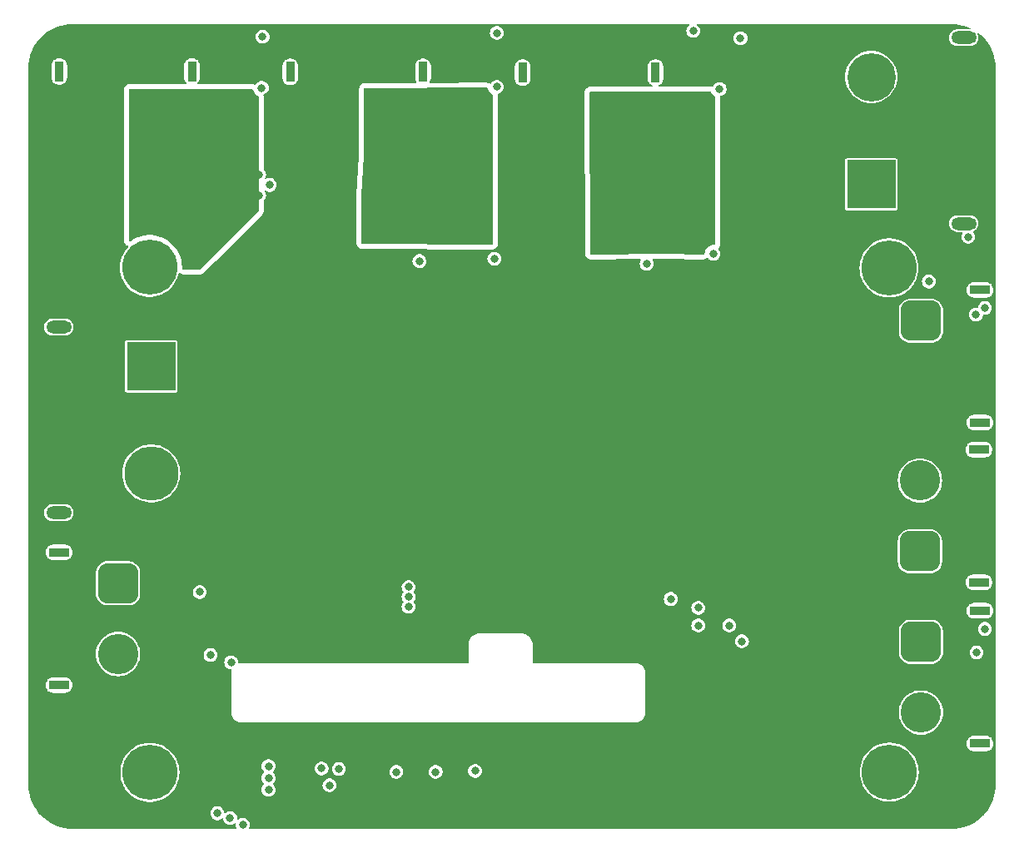
<source format=gbr>
%TF.GenerationSoftware,KiCad,Pcbnew,8.0.0*%
%TF.CreationDate,2024-05-13T21:34:14+10:00*%
%TF.ProjectId,rear_screen,72656172-5f73-4637-9265-656e2e6b6963,v0.3*%
%TF.SameCoordinates,Original*%
%TF.FileFunction,Copper,L3,Inr*%
%TF.FilePolarity,Positive*%
%FSLAX46Y46*%
G04 Gerber Fmt 4.6, Leading zero omitted, Abs format (unit mm)*
G04 Created by KiCad (PCBNEW 8.0.0) date 2024-05-13 21:34:14*
%MOMM*%
%LPD*%
G01*
G04 APERTURE LIST*
G04 Aperture macros list*
%AMRoundRect*
0 Rectangle with rounded corners*
0 $1 Rounding radius*
0 $2 $3 $4 $5 $6 $7 $8 $9 X,Y pos of 4 corners*
0 Add a 4 corners polygon primitive as box body*
4,1,4,$2,$3,$4,$5,$6,$7,$8,$9,$2,$3,0*
0 Add four circle primitives for the rounded corners*
1,1,$1+$1,$2,$3*
1,1,$1+$1,$4,$5*
1,1,$1+$1,$6,$7*
1,1,$1+$1,$8,$9*
0 Add four rect primitives between the rounded corners*
20,1,$1+$1,$2,$3,$4,$5,0*
20,1,$1+$1,$4,$5,$6,$7,0*
20,1,$1+$1,$6,$7,$8,$9,0*
20,1,$1+$1,$8,$9,$2,$3,0*%
G04 Aperture macros list end*
%TA.AperFunction,ComponentPad*%
%ADD10C,5.600000*%
%TD*%
%TA.AperFunction,ComponentPad*%
%ADD11R,0.900000X2.000000*%
%TD*%
%TA.AperFunction,ComponentPad*%
%ADD12RoundRect,1.025000X-1.025000X-1.025000X1.025000X-1.025000X1.025000X1.025000X-1.025000X1.025000X0*%
%TD*%
%TA.AperFunction,ComponentPad*%
%ADD13C,4.100000*%
%TD*%
%TA.AperFunction,ComponentPad*%
%ADD14R,2.000000X0.900000*%
%TD*%
%TA.AperFunction,ComponentPad*%
%ADD15RoundRect,1.025000X-1.025000X1.025000X-1.025000X-1.025000X1.025000X-1.025000X1.025000X1.025000X0*%
%TD*%
%TA.AperFunction,ComponentPad*%
%ADD16RoundRect,1.025000X1.025000X-1.025000X1.025000X1.025000X-1.025000X1.025000X-1.025000X-1.025000X0*%
%TD*%
%TA.AperFunction,ComponentPad*%
%ADD17C,5.500000*%
%TD*%
%TA.AperFunction,ComponentPad*%
%ADD18R,4.916000X4.916000*%
%TD*%
%TA.AperFunction,ComponentPad*%
%ADD19O,2.600000X1.300000*%
%TD*%
%TA.AperFunction,ComponentPad*%
%ADD20C,4.916000*%
%TD*%
%TA.AperFunction,ViaPad*%
%ADD21C,0.800000*%
%TD*%
G04 APERTURE END LIST*
D10*
%TO.N,N/C*%
%TO.C,H1*%
X172122855Y-131217541D03*
%TD*%
D11*
%TO.N,*%
%TO.C,J4*%
X111212742Y-59976559D03*
X124712742Y-59976559D03*
D12*
%TO.N,Net-(D4-A)*%
X121562742Y-65976559D03*
D13*
%TO.N,B+*%
X114362742Y-65976559D03*
%TD*%
D14*
%TO.N,*%
%TO.C,J2*%
X181350000Y-114800000D03*
X181350000Y-128300000D03*
D15*
%TO.N,GND*%
X175350000Y-117950000D03*
D13*
%TO.N,S*%
X175350000Y-125150000D03*
%TD*%
D11*
%TO.N,*%
%TO.C,J5*%
X134850000Y-60050000D03*
X148350000Y-60050000D03*
D12*
%TO.N,Net-(D5-A)*%
X145200000Y-66050000D03*
D13*
%TO.N,B+*%
X138000000Y-66050000D03*
%TD*%
D14*
%TO.N,*%
%TO.C,J11*%
X87700000Y-122350000D03*
X87700000Y-108850000D03*
D16*
%TO.N,V-*%
X93700000Y-112000000D03*
D13*
%TO.N,GND*%
X93700000Y-119200000D03*
%TD*%
D14*
%TO.N,*%
%TO.C,J9*%
X181350000Y-82150000D03*
X181350000Y-95650000D03*
D15*
%TO.N,GND*%
X175350000Y-85300000D03*
D13*
%TO.N,B+*%
X175350000Y-92500000D03*
%TD*%
D17*
%TO.N,GND*%
%TO.C,J6*%
X97072855Y-100827541D03*
D18*
%TO.N,V*%
X97072855Y-89927541D03*
D19*
%TO.N,N/C*%
X87672855Y-85927541D03*
X87672855Y-104827541D03*
%TD*%
D10*
%TO.N,N/C*%
%TO.C,H3*%
X96902855Y-79877541D03*
%TD*%
D14*
%TO.N,*%
%TO.C,J1*%
X181250000Y-98400000D03*
X181250000Y-111900000D03*
D15*
%TO.N,S-*%
X175250000Y-108750000D03*
D13*
%TO.N,GND*%
X175250000Y-101550000D03*
%TD*%
D10*
%TO.N,N/C*%
%TO.C,H2*%
X96933324Y-131238010D03*
%TD*%
D11*
%TO.N,*%
%TO.C,J3*%
X87712742Y-59926559D03*
X101212742Y-59926559D03*
D12*
%TO.N,Net-(D3-A)*%
X98062742Y-65926559D03*
D13*
%TO.N,B+*%
X90862742Y-65926559D03*
%TD*%
D10*
%TO.N,N/C*%
%TO.C,H4*%
X172112855Y-79917541D03*
%TD*%
D20*
%TO.N,B*%
%TO.C,J10*%
X170300000Y-60500000D03*
D18*
%TO.N,GND*%
X170300000Y-71400000D03*
D19*
%TO.N,N/C*%
X179700000Y-75400000D03*
X179700000Y-56500000D03*
%TD*%
D21*
%TO.N,GPIO13*%
X180950000Y-84650000D03*
X149900000Y-113600000D03*
X115200000Y-132550000D03*
%TO.N,GPIO14*%
X181000000Y-119050000D03*
X116150000Y-130900000D03*
X114400000Y-130850000D03*
X181856347Y-84000000D03*
X181850000Y-116650000D03*
X152700000Y-114500000D03*
%TO.N,Net-(D3-A)*%
X102856726Y-73406841D03*
X101400000Y-62600000D03*
X105923403Y-72537219D03*
X106600000Y-66000000D03*
X108044724Y-72537219D03*
X99400000Y-72400000D03*
X103917386Y-76588820D03*
X106984064Y-69355239D03*
X101796066Y-76588820D03*
X104978045Y-75528160D03*
X106600000Y-62600000D03*
X103917386Y-74467501D03*
X102400000Y-69600000D03*
X104862742Y-71476559D03*
X106984063Y-73597880D03*
X109105384Y-71476559D03*
X100735404Y-75528160D03*
X102200000Y-65800000D03*
X102856724Y-77649481D03*
X105923403Y-70415899D03*
X95800000Y-62600000D03*
X96600000Y-75000000D03*
X101796066Y-74467500D03*
X98400000Y-69600000D03*
X106984064Y-71476560D03*
X96600000Y-72200000D03*
X108044724Y-70415899D03*
X102856726Y-75528161D03*
%TO.N,Net-(D4-A)*%
X128743442Y-75188841D03*
X130372742Y-73676558D03*
X119819447Y-75217495D03*
X126500000Y-62500000D03*
X128743442Y-76688840D03*
X127243442Y-76688841D03*
X121319447Y-75217495D03*
X119500000Y-62500000D03*
X121319447Y-76717495D03*
X121319447Y-73717495D03*
X119500000Y-71500000D03*
X130372742Y-76676559D03*
X129900000Y-71700000D03*
X122819446Y-73717495D03*
X129900000Y-65700000D03*
X126700000Y-65700000D03*
X122900000Y-62500000D03*
X130372743Y-75176559D03*
X121500000Y-69700000D03*
X119819447Y-73717496D03*
X119819447Y-76717494D03*
X123300000Y-71500000D03*
X127243443Y-75188841D03*
X122819447Y-75217495D03*
X129900000Y-68700000D03*
X122819446Y-76717495D03*
X126700000Y-68700000D03*
X129900000Y-62500000D03*
X128743442Y-73688841D03*
X127243442Y-73688841D03*
X126700000Y-71700000D03*
%TO.N,Net-(D5-A)*%
X149738464Y-75440383D03*
X146037258Y-62973441D03*
X149637258Y-71773441D03*
X144625533Y-75720000D03*
X151238464Y-73940384D03*
X142837258Y-71773441D03*
X152738464Y-76940385D03*
X153437258Y-71773441D03*
X143125534Y-74220000D03*
X146125534Y-74220000D03*
X149637258Y-62973441D03*
X152738464Y-73940384D03*
X146125535Y-75719999D03*
X149738464Y-73940384D03*
X146125534Y-77220001D03*
X153237258Y-62973441D03*
X143125534Y-75720000D03*
X153237258Y-66373441D03*
X151238463Y-76940385D03*
X146637258Y-71773441D03*
X144625534Y-77219999D03*
X149738464Y-76940384D03*
X144625534Y-74220000D03*
X153437258Y-69573441D03*
X142637258Y-62973441D03*
X149637258Y-66373441D03*
X152738464Y-75440384D03*
X151238464Y-75440383D03*
X149637258Y-69573441D03*
X143125534Y-77220000D03*
X145037258Y-69773441D03*
%TO.N,+5V*%
X176150000Y-81300000D03*
X109000000Y-133000000D03*
X105200000Y-120050000D03*
X123243917Y-112388343D03*
X123243917Y-113388343D03*
X152700000Y-116300000D03*
X123243917Y-114388343D03*
X109000000Y-130600000D03*
X109000000Y-131800000D03*
%TO.N,Net-(Q1-G)*%
X130000000Y-131100000D03*
X154867258Y-61703441D03*
X106377541Y-136577541D03*
X147450000Y-79500000D03*
X154255204Y-78487437D03*
X152200000Y-55800000D03*
%TO.N,Net-(Q3-G)*%
X131962742Y-78976559D03*
X124342742Y-79226559D03*
X126000000Y-131200000D03*
X132212742Y-56012742D03*
X105100000Y-135900000D03*
X132212742Y-61500000D03*
%TO.N,Net-(Q11-G)*%
X103800000Y-135400000D03*
X122000000Y-131200000D03*
X108400000Y-56400000D03*
X108314652Y-61600000D03*
%TO.N,B+*%
X112699998Y-109500000D03*
X114199999Y-112500000D03*
X121900000Y-133550000D03*
X114149999Y-111025001D03*
X129950000Y-133525001D03*
X125999999Y-133550000D03*
%TO.N,ABFET*%
X180150000Y-76750000D03*
X157000000Y-56550000D03*
%TO.N,ASFET*%
X155850000Y-116300000D03*
X157150000Y-117900000D03*
%TO.N,AVFET*%
X102000000Y-112900000D03*
X103100000Y-119300000D03*
%TD*%
%TA.AperFunction,Conductor*%
%TO.N,Net-(D5-A)*%
G36*
X153972219Y-61954500D02*
G01*
X154018180Y-62007125D01*
X154023518Y-62020757D01*
X154040077Y-62071721D01*
X154040079Y-62071725D01*
X154134725Y-62235657D01*
X154261387Y-62376329D01*
X154379134Y-62461877D01*
X154421800Y-62517207D01*
X154430249Y-62562042D01*
X154448657Y-77462784D01*
X154429055Y-77529848D01*
X154376308Y-77575668D01*
X154324657Y-77586937D01*
X154160558Y-77586937D01*
X154128101Y-77593835D01*
X153975401Y-77626292D01*
X153975396Y-77626294D01*
X153802474Y-77703285D01*
X153802469Y-77703288D01*
X153649333Y-77814548D01*
X153522670Y-77955222D01*
X153428025Y-78119152D01*
X153428022Y-78119159D01*
X153369531Y-78299177D01*
X153369530Y-78299181D01*
X153356224Y-78425784D01*
X153356119Y-78426782D01*
X153329534Y-78491396D01*
X153272237Y-78531381D01*
X153231558Y-78537814D01*
X149449962Y-78500000D01*
X141824215Y-78549197D01*
X141757050Y-78529946D01*
X141710955Y-78477438D01*
X141699416Y-78425784D01*
X141622763Y-62107071D01*
X141642133Y-62039944D01*
X141694721Y-61993942D01*
X141746277Y-61982494D01*
X153905106Y-61935077D01*
X153972219Y-61954500D01*
G37*
%TD.AperFunction*%
%TD*%
%TA.AperFunction,Conductor*%
%TO.N,Net-(D4-A)*%
G36*
X131271329Y-61603850D02*
G01*
X131317224Y-61656532D01*
X131325856Y-61682557D01*
X131327066Y-61688252D01*
X131385560Y-61868277D01*
X131385563Y-61868284D01*
X131480209Y-62032216D01*
X131606871Y-62172888D01*
X131765269Y-62287971D01*
X131763718Y-62290105D01*
X131803847Y-62332175D01*
X131817642Y-62388877D01*
X131834322Y-77401956D01*
X131814712Y-77469018D01*
X131761959Y-77514831D01*
X131709858Y-77526093D01*
X118585024Y-77477016D01*
X118518059Y-77457081D01*
X118472502Y-77404106D01*
X118461494Y-77354282D01*
X118412794Y-72581698D01*
X118413118Y-72571413D01*
X118712742Y-68476559D01*
X118712742Y-61741236D01*
X118732427Y-61674197D01*
X118785231Y-61628442D01*
X118836411Y-61617236D01*
X131204240Y-61584343D01*
X131271329Y-61603850D01*
G37*
%TD.AperFunction*%
%TD*%
%TA.AperFunction,Conductor*%
%TO.N,Net-(D3-A)*%
G36*
X107376132Y-61716244D02*
G01*
X107421887Y-61769048D01*
X107427024Y-61782241D01*
X107487470Y-61968278D01*
X107487473Y-61968284D01*
X107582119Y-62132216D01*
X107708781Y-62272888D01*
X107861917Y-62384148D01*
X107861919Y-62384149D01*
X107861922Y-62384151D01*
X107939180Y-62418549D01*
X107992414Y-62463796D01*
X108012736Y-62530645D01*
X108012742Y-62531826D01*
X108012742Y-74075197D01*
X107993057Y-74142236D01*
X107976423Y-74162878D01*
X102110590Y-80028710D01*
X102049267Y-80062195D01*
X102023107Y-80065029D01*
X100328994Y-80067730D01*
X100261923Y-80048152D01*
X100216084Y-79995421D01*
X100204978Y-79937016D01*
X100208203Y-79877542D01*
X100208203Y-79877538D01*
X100205723Y-79831807D01*
X100188827Y-79520170D01*
X100130926Y-79166989D01*
X100035179Y-78822138D01*
X99902708Y-78489661D01*
X99735066Y-78173456D01*
X99534220Y-77877230D01*
X99534216Y-77877225D01*
X99534213Y-77877221D01*
X99302523Y-77604455D01*
X99042692Y-77358330D01*
X99042685Y-77358324D01*
X99042682Y-77358322D01*
X98975100Y-77306948D01*
X98757774Y-77141741D01*
X98451108Y-76957226D01*
X98451107Y-76957225D01*
X98451103Y-76957223D01*
X98451099Y-76957221D01*
X98126302Y-76806955D01*
X98126296Y-76806952D01*
X98126290Y-76806950D01*
X97956709Y-76749811D01*
X97787128Y-76692672D01*
X97437599Y-76615735D01*
X97081804Y-76577041D01*
X97081803Y-76577041D01*
X96723907Y-76577041D01*
X96723905Y-76577041D01*
X96368110Y-76615735D01*
X96018581Y-76692672D01*
X95762825Y-76778847D01*
X95679420Y-76806950D01*
X95679418Y-76806951D01*
X95679407Y-76806955D01*
X95354610Y-76957221D01*
X95354605Y-76957223D01*
X95047933Y-77141742D01*
X94991782Y-77184426D01*
X94926500Y-77209325D01*
X94858119Y-77194977D01*
X94808351Y-77145938D01*
X94792742Y-77085713D01*
X94792742Y-61820558D01*
X94812427Y-61753520D01*
X94865231Y-61707765D01*
X94916742Y-61696559D01*
X107309093Y-61696559D01*
X107376132Y-61716244D01*
G37*
%TD.AperFunction*%
%TD*%
%TA.AperFunction,Conductor*%
%TO.N,B+*%
G36*
X151811082Y-55119245D02*
G01*
X151829827Y-55164500D01*
X151811082Y-55209755D01*
X151802183Y-55217171D01*
X151799150Y-55219264D01*
X151671816Y-55332071D01*
X151671814Y-55332073D01*
X151575182Y-55472068D01*
X151514859Y-55631129D01*
X151494355Y-55799996D01*
X151494355Y-55800003D01*
X151514859Y-55968870D01*
X151575182Y-56127931D01*
X151671814Y-56267926D01*
X151671816Y-56267928D01*
X151671817Y-56267929D01*
X151799148Y-56380734D01*
X151874997Y-56420543D01*
X151949777Y-56459791D01*
X152114937Y-56500499D01*
X152114942Y-56500499D01*
X152114944Y-56500500D01*
X152114946Y-56500500D01*
X152285054Y-56500500D01*
X152285056Y-56500500D01*
X152285058Y-56500499D01*
X152285062Y-56500499D01*
X152450222Y-56459791D01*
X152450222Y-56459790D01*
X152450225Y-56459790D01*
X152600852Y-56380734D01*
X152728183Y-56267929D01*
X152824818Y-56127930D01*
X152885140Y-55968872D01*
X152905645Y-55800000D01*
X152893917Y-55703416D01*
X152885140Y-55631129D01*
X152879043Y-55615053D01*
X152824818Y-55472070D01*
X152797165Y-55432008D01*
X152728185Y-55332073D01*
X152728183Y-55332071D01*
X152600852Y-55219266D01*
X152600850Y-55219265D01*
X152600849Y-55219264D01*
X152597817Y-55217171D01*
X152571221Y-55176037D01*
X152581502Y-55128144D01*
X152622636Y-55101548D01*
X152634173Y-55100500D01*
X178400478Y-55100500D01*
X178402600Y-55100638D01*
X178405722Y-55100638D01*
X178405726Y-55100639D01*
X178470225Y-55100638D01*
X178473015Y-55100698D01*
X178860997Y-55117631D01*
X178866525Y-55118114D01*
X179250194Y-55168619D01*
X179255687Y-55169588D01*
X179633463Y-55253333D01*
X179638845Y-55254775D01*
X180007885Y-55371128D01*
X180013125Y-55373034D01*
X180370644Y-55521119D01*
X180375684Y-55523470D01*
X180385793Y-55528732D01*
X180417278Y-55566256D01*
X180413008Y-55615053D01*
X180375484Y-55646538D01*
X180356240Y-55649500D01*
X178966230Y-55649500D01*
X178801925Y-55682182D01*
X178801915Y-55682185D01*
X178647139Y-55746295D01*
X178507836Y-55839375D01*
X178389375Y-55957836D01*
X178296295Y-56097139D01*
X178232185Y-56251915D01*
X178232182Y-56251925D01*
X178199500Y-56416230D01*
X178199500Y-56583769D01*
X178232182Y-56748074D01*
X178232185Y-56748084D01*
X178296295Y-56902860D01*
X178296296Y-56902862D01*
X178296297Y-56902863D01*
X178389374Y-57042162D01*
X178507838Y-57160626D01*
X178647137Y-57253703D01*
X178801918Y-57317816D01*
X178867104Y-57330782D01*
X178966230Y-57350500D01*
X178966233Y-57350500D01*
X180433770Y-57350500D01*
X180516298Y-57334083D01*
X180598082Y-57317816D01*
X180752863Y-57253703D01*
X180892162Y-57160626D01*
X181010626Y-57042162D01*
X181103703Y-56902863D01*
X181167816Y-56748082D01*
X181200500Y-56583767D01*
X181200500Y-56416233D01*
X181200500Y-56416230D01*
X181180782Y-56317104D01*
X181167816Y-56251918D01*
X181126220Y-56151498D01*
X181107986Y-56107476D01*
X181107986Y-56058492D01*
X181142622Y-56023856D01*
X181191606Y-56023856D01*
X181206068Y-56032205D01*
X181361665Y-56151597D01*
X181365936Y-56155182D01*
X181438933Y-56222070D01*
X181650824Y-56416230D01*
X181651223Y-56416595D01*
X181655156Y-56420527D01*
X181916593Y-56705832D01*
X181920172Y-56710097D01*
X182155740Y-57017094D01*
X182158942Y-57021668D01*
X182366841Y-57348004D01*
X182369633Y-57352839D01*
X182548310Y-57696073D01*
X182550669Y-57701133D01*
X182698743Y-58058616D01*
X182700653Y-58063863D01*
X182817009Y-58432903D01*
X182818454Y-58438296D01*
X182902203Y-58816065D01*
X182903173Y-58821564D01*
X182953679Y-59205210D01*
X182954165Y-59210772D01*
X182971047Y-59597516D01*
X182971108Y-59600307D01*
X182971108Y-59666026D01*
X182971656Y-59670190D01*
X182971186Y-59670251D01*
X182972355Y-59679107D01*
X182972355Y-132476141D01*
X182972294Y-132478933D01*
X182955351Y-132866902D01*
X182954864Y-132872464D01*
X182904357Y-133256080D01*
X182903388Y-133261579D01*
X182819635Y-133639351D01*
X182818190Y-133644744D01*
X182701830Y-134013780D01*
X182699920Y-134019026D01*
X182551842Y-134376508D01*
X182549482Y-134381568D01*
X182370818Y-134724771D01*
X182368027Y-134729607D01*
X182160112Y-135055963D01*
X182156909Y-135060536D01*
X181921358Y-135367506D01*
X181917770Y-135371783D01*
X181891914Y-135400000D01*
X181734241Y-135572068D01*
X181656357Y-135657062D01*
X181652408Y-135661010D01*
X181367125Y-135922418D01*
X181362848Y-135926007D01*
X181055865Y-136161559D01*
X181051292Y-136164761D01*
X180724949Y-136372660D01*
X180720114Y-136375452D01*
X180376900Y-136554115D01*
X180371839Y-136556475D01*
X180014344Y-136704550D01*
X180009098Y-136706459D01*
X179640070Y-136822809D01*
X179634677Y-136824254D01*
X179256916Y-136907999D01*
X179251417Y-136908969D01*
X178867777Y-136959473D01*
X178862215Y-136959959D01*
X178472276Y-136976979D01*
X178469485Y-136977040D01*
X178403051Y-136977040D01*
X178403035Y-136977041D01*
X107067936Y-136977041D01*
X107022681Y-136958296D01*
X107003936Y-136913041D01*
X107008095Y-136890346D01*
X107033708Y-136822809D01*
X107062681Y-136746413D01*
X107070936Y-136678429D01*
X107083186Y-136577544D01*
X107083186Y-136577537D01*
X107066782Y-136442443D01*
X107062681Y-136408669D01*
X107002359Y-136249611D01*
X107002358Y-136249609D01*
X106905726Y-136109614D01*
X106905724Y-136109612D01*
X106895439Y-136100500D01*
X106778393Y-135996807D01*
X106627763Y-135917749D01*
X106462603Y-135877041D01*
X106462597Y-135877041D01*
X106292485Y-135877041D01*
X106292478Y-135877041D01*
X106127318Y-135917749D01*
X106007315Y-135980733D01*
X105976689Y-135996807D01*
X105904340Y-136060903D01*
X105898171Y-136066368D01*
X105851867Y-136082346D01*
X105807826Y-136060903D01*
X105791848Y-136014599D01*
X105792198Y-136010749D01*
X105805645Y-135900003D01*
X105805645Y-135899996D01*
X105785140Y-135731129D01*
X105783927Y-135727931D01*
X105724818Y-135572070D01*
X105722611Y-135568872D01*
X105628185Y-135432073D01*
X105628183Y-135432071D01*
X105593137Y-135401023D01*
X105500852Y-135319266D01*
X105350222Y-135240208D01*
X105185062Y-135199500D01*
X105185056Y-135199500D01*
X105014944Y-135199500D01*
X105014937Y-135199500D01*
X104849777Y-135240208D01*
X104699147Y-135319266D01*
X104699143Y-135319269D01*
X104606861Y-135401023D01*
X104560557Y-135417001D01*
X104516517Y-135395557D01*
X104500889Y-135360832D01*
X104486243Y-135240210D01*
X104485140Y-135231128D01*
X104424818Y-135072070D01*
X104424817Y-135072068D01*
X104328185Y-134932073D01*
X104328183Y-134932071D01*
X104286776Y-134895388D01*
X104200852Y-134819266D01*
X104050222Y-134740208D01*
X103885062Y-134699500D01*
X103885056Y-134699500D01*
X103714944Y-134699500D01*
X103714937Y-134699500D01*
X103549777Y-134740208D01*
X103399148Y-134819266D01*
X103271816Y-134932071D01*
X103271814Y-134932073D01*
X103175182Y-135072068D01*
X103114859Y-135231129D01*
X103094355Y-135399996D01*
X103094355Y-135400003D01*
X103114859Y-135568870D01*
X103175182Y-135727931D01*
X103271814Y-135867926D01*
X103271816Y-135867928D01*
X103271817Y-135867929D01*
X103399148Y-135980734D01*
X103549775Y-136059790D01*
X103549777Y-136059791D01*
X103714937Y-136100499D01*
X103714942Y-136100499D01*
X103714944Y-136100500D01*
X103714946Y-136100500D01*
X103885054Y-136100500D01*
X103885056Y-136100500D01*
X103885058Y-136100499D01*
X103885062Y-136100499D01*
X104050222Y-136059791D01*
X104050222Y-136059790D01*
X104050225Y-136059790D01*
X104200852Y-135980734D01*
X104293138Y-135898975D01*
X104339441Y-135882998D01*
X104383482Y-135904441D01*
X104399110Y-135939166D01*
X104414859Y-136068870D01*
X104475182Y-136227931D01*
X104571814Y-136367926D01*
X104571816Y-136367928D01*
X104571817Y-136367929D01*
X104699148Y-136480734D01*
X104849775Y-136559790D01*
X104849777Y-136559791D01*
X105014937Y-136600499D01*
X105014942Y-136600499D01*
X105014944Y-136600500D01*
X105014946Y-136600500D01*
X105185054Y-136600500D01*
X105185056Y-136600500D01*
X105185058Y-136600499D01*
X105185062Y-136600499D01*
X105350222Y-136559791D01*
X105350222Y-136559790D01*
X105350225Y-136559790D01*
X105500852Y-136480734D01*
X105579371Y-136411172D01*
X105625673Y-136395194D01*
X105669713Y-136416637D01*
X105685692Y-136462941D01*
X105685342Y-136466791D01*
X105671896Y-136577537D01*
X105671896Y-136577544D01*
X105692400Y-136746411D01*
X105746987Y-136890346D01*
X105745508Y-136939308D01*
X105709841Y-136972882D01*
X105687146Y-136977041D01*
X89074255Y-136977041D01*
X89071463Y-136976980D01*
X88683490Y-136960037D01*
X88677928Y-136959550D01*
X88294306Y-136909042D01*
X88288807Y-136908073D01*
X87911033Y-136824320D01*
X87905641Y-136822875D01*
X87536607Y-136706517D01*
X87531360Y-136704607D01*
X87173881Y-136556532D01*
X87168821Y-136554173D01*
X86993568Y-136462941D01*
X86825589Y-136375495D01*
X86820756Y-136372705D01*
X86494419Y-136164804D01*
X86489849Y-136161605D01*
X86489789Y-136161559D01*
X86182855Y-135926039D01*
X86178590Y-135922460D01*
X85910146Y-135676476D01*
X85893303Y-135661042D01*
X85889355Y-135657094D01*
X85758648Y-135514453D01*
X85627934Y-135371804D01*
X85624359Y-135367543D01*
X85388784Y-135060536D01*
X85385596Y-135055982D01*
X85177687Y-134729631D01*
X85174905Y-134724815D01*
X84996220Y-134381568D01*
X84993865Y-134376515D01*
X84993862Y-134376508D01*
X84845787Y-134019026D01*
X84843881Y-134013789D01*
X84843878Y-134013780D01*
X84727520Y-133644744D01*
X84726078Y-133639362D01*
X84726076Y-133639351D01*
X84642322Y-133261572D01*
X84641358Y-133256100D01*
X84590848Y-132872461D01*
X84590362Y-132866905D01*
X84577241Y-132566445D01*
X84573416Y-132478841D01*
X84573355Y-132476049D01*
X84573355Y-131238010D01*
X93927739Y-131238010D01*
X93948062Y-131586941D01*
X94008754Y-131931140D01*
X94008759Y-131931160D01*
X94095851Y-132222068D01*
X94108998Y-132265981D01*
X94231510Y-132549996D01*
X94247435Y-132586914D01*
X94410695Y-132869690D01*
X94422194Y-132889606D01*
X94630912Y-133169963D01*
X94870766Y-133424193D01*
X94870770Y-133424197D01*
X95138505Y-133648853D01*
X95138508Y-133648855D01*
X95138513Y-133648859D01*
X95430531Y-133840923D01*
X95742873Y-133997787D01*
X96071313Y-134117329D01*
X96411410Y-134197933D01*
X96758565Y-134238510D01*
X96758567Y-134238510D01*
X97108081Y-134238510D01*
X97108083Y-134238510D01*
X97455238Y-134197933D01*
X97795335Y-134117329D01*
X98123775Y-133997787D01*
X98436117Y-133840923D01*
X98728135Y-133648859D01*
X98995882Y-133424193D01*
X99235736Y-133169963D01*
X99362266Y-133000003D01*
X108294355Y-133000003D01*
X108314859Y-133168870D01*
X108375182Y-133327931D01*
X108471814Y-133467926D01*
X108471816Y-133467928D01*
X108471817Y-133467929D01*
X108599148Y-133580734D01*
X108689937Y-133628384D01*
X108749777Y-133659791D01*
X108914937Y-133700499D01*
X108914942Y-133700499D01*
X108914944Y-133700500D01*
X108914946Y-133700500D01*
X109085054Y-133700500D01*
X109085056Y-133700500D01*
X109085058Y-133700499D01*
X109085062Y-133700499D01*
X109250222Y-133659791D01*
X109250222Y-133659790D01*
X109250225Y-133659790D01*
X109400852Y-133580734D01*
X109528183Y-133467929D01*
X109624818Y-133327930D01*
X109685140Y-133168872D01*
X109703468Y-133017928D01*
X109705645Y-133000003D01*
X109705645Y-132999996D01*
X109685140Y-132831129D01*
X109642566Y-132718870D01*
X109624818Y-132672070D01*
X109540561Y-132550003D01*
X114494355Y-132550003D01*
X114514859Y-132718870D01*
X114575182Y-132877931D01*
X114671814Y-133017926D01*
X114671816Y-133017928D01*
X114671817Y-133017929D01*
X114799148Y-133130734D01*
X114873892Y-133169963D01*
X114949777Y-133209791D01*
X115114937Y-133250499D01*
X115114942Y-133250499D01*
X115114944Y-133250500D01*
X115114946Y-133250500D01*
X115285054Y-133250500D01*
X115285056Y-133250500D01*
X115285058Y-133250499D01*
X115285062Y-133250499D01*
X115450222Y-133209791D01*
X115450222Y-133209790D01*
X115450225Y-133209790D01*
X115600852Y-133130734D01*
X115728183Y-133017929D01*
X115824818Y-132877930D01*
X115885140Y-132718872D01*
X115905645Y-132550000D01*
X115903468Y-132532073D01*
X115887901Y-132403864D01*
X115885140Y-132381128D01*
X115824818Y-132222070D01*
X115824817Y-132222068D01*
X115728185Y-132082073D01*
X115728183Y-132082071D01*
X115600852Y-131969266D01*
X115450222Y-131890208D01*
X115285062Y-131849500D01*
X115285056Y-131849500D01*
X115114944Y-131849500D01*
X115114937Y-131849500D01*
X114949777Y-131890208D01*
X114799148Y-131969266D01*
X114671816Y-132082071D01*
X114671814Y-132082073D01*
X114575182Y-132222068D01*
X114514859Y-132381129D01*
X114494355Y-132549996D01*
X114494355Y-132550003D01*
X109540561Y-132550003D01*
X109540556Y-132549996D01*
X109528185Y-132532073D01*
X109528183Y-132532071D01*
X109468202Y-132478933D01*
X109433177Y-132447903D01*
X109411735Y-132403864D01*
X109427713Y-132357560D01*
X109433171Y-132352101D01*
X109528183Y-132267929D01*
X109624818Y-132127930D01*
X109685140Y-131968872D01*
X109699635Y-131849500D01*
X109705645Y-131800003D01*
X109705645Y-131799996D01*
X109685140Y-131631129D01*
X109668380Y-131586937D01*
X109624818Y-131472070D01*
X109594351Y-131427931D01*
X109528185Y-131332073D01*
X109528183Y-131332071D01*
X109512219Y-131317928D01*
X109433177Y-131247903D01*
X109411735Y-131203864D01*
X109427713Y-131157560D01*
X109433171Y-131152101D01*
X109528183Y-131067929D01*
X109624818Y-130927930D01*
X109654371Y-130850003D01*
X113694355Y-130850003D01*
X113714859Y-131018870D01*
X113775182Y-131177931D01*
X113871814Y-131317926D01*
X113871816Y-131317928D01*
X113871817Y-131317929D01*
X113999148Y-131430734D01*
X114094414Y-131480734D01*
X114149777Y-131509791D01*
X114314937Y-131550499D01*
X114314942Y-131550499D01*
X114314944Y-131550500D01*
X114314946Y-131550500D01*
X114485054Y-131550500D01*
X114485056Y-131550500D01*
X114485058Y-131550499D01*
X114485062Y-131550499D01*
X114650222Y-131509791D01*
X114650222Y-131509790D01*
X114650225Y-131509790D01*
X114800852Y-131430734D01*
X114928183Y-131317929D01*
X115024818Y-131177930D01*
X115085140Y-131018872D01*
X115096182Y-130927931D01*
X115099573Y-130900003D01*
X115444355Y-130900003D01*
X115464859Y-131068870D01*
X115525182Y-131227931D01*
X115621814Y-131367926D01*
X115621816Y-131367928D01*
X115621817Y-131367929D01*
X115749148Y-131480734D01*
X115882073Y-131550499D01*
X115899777Y-131559791D01*
X116064937Y-131600499D01*
X116064942Y-131600499D01*
X116064944Y-131600500D01*
X116064946Y-131600500D01*
X116235054Y-131600500D01*
X116235056Y-131600500D01*
X116235058Y-131600499D01*
X116235062Y-131600499D01*
X116400222Y-131559791D01*
X116400222Y-131559790D01*
X116400225Y-131559790D01*
X116550852Y-131480734D01*
X116678183Y-131367929D01*
X116774818Y-131227930D01*
X116785409Y-131200003D01*
X121294355Y-131200003D01*
X121314859Y-131368870D01*
X121375182Y-131527931D01*
X121471814Y-131667926D01*
X121471816Y-131667928D01*
X121471817Y-131667929D01*
X121599148Y-131780734D01*
X121635862Y-131800003D01*
X121749777Y-131859791D01*
X121914937Y-131900499D01*
X121914942Y-131900499D01*
X121914944Y-131900500D01*
X121914946Y-131900500D01*
X122085054Y-131900500D01*
X122085056Y-131900500D01*
X122085058Y-131900499D01*
X122085062Y-131900499D01*
X122250222Y-131859791D01*
X122250222Y-131859790D01*
X122250225Y-131859790D01*
X122400852Y-131780734D01*
X122528183Y-131667929D01*
X122624818Y-131527930D01*
X122685140Y-131368872D01*
X122705645Y-131200003D01*
X125294355Y-131200003D01*
X125314859Y-131368870D01*
X125375182Y-131527931D01*
X125471814Y-131667926D01*
X125471816Y-131667928D01*
X125471817Y-131667929D01*
X125599148Y-131780734D01*
X125635862Y-131800003D01*
X125749777Y-131859791D01*
X125914937Y-131900499D01*
X125914942Y-131900499D01*
X125914944Y-131900500D01*
X125914946Y-131900500D01*
X126085054Y-131900500D01*
X126085056Y-131900500D01*
X126085058Y-131900499D01*
X126085062Y-131900499D01*
X126250222Y-131859791D01*
X126250222Y-131859790D01*
X126250225Y-131859790D01*
X126400852Y-131780734D01*
X126528183Y-131667929D01*
X126624818Y-131527930D01*
X126685140Y-131368872D01*
X126705645Y-131200000D01*
X126702965Y-131177931D01*
X126693503Y-131100003D01*
X129294355Y-131100003D01*
X129314859Y-131268870D01*
X129375182Y-131427931D01*
X129471814Y-131567926D01*
X129471816Y-131567928D01*
X129471817Y-131567929D01*
X129599148Y-131680734D01*
X129749775Y-131759790D01*
X129749777Y-131759791D01*
X129914937Y-131800499D01*
X129914942Y-131800499D01*
X129914944Y-131800500D01*
X129914946Y-131800500D01*
X130085054Y-131800500D01*
X130085056Y-131800500D01*
X130085058Y-131800499D01*
X130085062Y-131800499D01*
X130250222Y-131759791D01*
X130250222Y-131759790D01*
X130250225Y-131759790D01*
X130400852Y-131680734D01*
X130528183Y-131567929D01*
X130624818Y-131427930D01*
X130685140Y-131268872D01*
X130691373Y-131217541D01*
X169117270Y-131217541D01*
X169137593Y-131566472D01*
X169198285Y-131910671D01*
X169198290Y-131910691D01*
X169291510Y-132222068D01*
X169298529Y-132245512D01*
X169385833Y-132447905D01*
X169436966Y-132566445D01*
X169610434Y-132866902D01*
X169611725Y-132869137D01*
X169820443Y-133149494D01*
X169988789Y-133327930D01*
X170060301Y-133403728D01*
X170328036Y-133628384D01*
X170328039Y-133628386D01*
X170328044Y-133628390D01*
X170620062Y-133820454D01*
X170932404Y-133977318D01*
X171260844Y-134096860D01*
X171600941Y-134177464D01*
X171948096Y-134218041D01*
X171948098Y-134218041D01*
X172297612Y-134218041D01*
X172297614Y-134218041D01*
X172644769Y-134177464D01*
X172984866Y-134096860D01*
X173313306Y-133977318D01*
X173625648Y-133820454D01*
X173917666Y-133628390D01*
X174185413Y-133403724D01*
X174425267Y-133149494D01*
X174633985Y-132869137D01*
X174808744Y-132566445D01*
X174947181Y-132245512D01*
X175047424Y-131910677D01*
X175108117Y-131566468D01*
X175128440Y-131217541D01*
X175108117Y-130868614D01*
X175047424Y-130524405D01*
X174947181Y-130189570D01*
X174808744Y-129868637D01*
X174633985Y-129565945D01*
X174425267Y-129285588D01*
X174185413Y-129031358D01*
X174185411Y-129031356D01*
X174185408Y-129031353D01*
X173917673Y-128806697D01*
X173917668Y-128806694D01*
X173917666Y-128806692D01*
X173625648Y-128614628D01*
X173313306Y-128457764D01*
X173313301Y-128457762D01*
X173096475Y-128378844D01*
X179999500Y-128378844D01*
X180030262Y-128533495D01*
X180030263Y-128533501D01*
X180082897Y-128660568D01*
X180090606Y-128679179D01*
X180090607Y-128679181D01*
X180090609Y-128679184D01*
X180141739Y-128755706D01*
X180151295Y-128778775D01*
X180161133Y-128828231D01*
X180161133Y-128828232D01*
X180183290Y-128861391D01*
X180205448Y-128894552D01*
X180271769Y-128938867D01*
X180321223Y-128948704D01*
X180344293Y-128958260D01*
X180420815Y-129009390D01*
X180420821Y-129009394D01*
X180484356Y-129035711D01*
X180566498Y-129069736D01*
X180566502Y-129069736D01*
X180566503Y-129069737D01*
X180605166Y-129077427D01*
X180721155Y-129100500D01*
X180721158Y-129100500D01*
X181978845Y-129100500D01*
X182071635Y-129082042D01*
X182133497Y-129069737D01*
X182133498Y-129069736D01*
X182133501Y-129069736D01*
X182183875Y-129048869D01*
X182279179Y-129009394D01*
X182355708Y-128958258D01*
X182378774Y-128948704D01*
X182428231Y-128938867D01*
X182494552Y-128894552D01*
X182538867Y-128828231D01*
X182548704Y-128778774D01*
X182558260Y-128755706D01*
X182609394Y-128679179D01*
X182648869Y-128583875D01*
X182669736Y-128533501D01*
X182669737Y-128533495D01*
X182700500Y-128378844D01*
X182700500Y-128221155D01*
X182669737Y-128066504D01*
X182669736Y-128066498D01*
X182635711Y-127984356D01*
X182609394Y-127920821D01*
X182558259Y-127844292D01*
X182548704Y-127821223D01*
X182538867Y-127771769D01*
X182494552Y-127705448D01*
X182428231Y-127661133D01*
X182378775Y-127651295D01*
X182355706Y-127641739D01*
X182279184Y-127590609D01*
X182279181Y-127590607D01*
X182279179Y-127590606D01*
X182260568Y-127582897D01*
X182133501Y-127530263D01*
X182133495Y-127530262D01*
X181978845Y-127499500D01*
X181978842Y-127499500D01*
X180721158Y-127499500D01*
X180721155Y-127499500D01*
X180566504Y-127530262D01*
X180566498Y-127530263D01*
X180420823Y-127590605D01*
X180420814Y-127590609D01*
X180344293Y-127641739D01*
X180321224Y-127651295D01*
X180271768Y-127661133D01*
X180271767Y-127661133D01*
X180205448Y-127705448D01*
X180161133Y-127771767D01*
X180161133Y-127771768D01*
X180151295Y-127821224D01*
X180141739Y-127844293D01*
X180090609Y-127920814D01*
X180090605Y-127920823D01*
X180030263Y-128066498D01*
X180030262Y-128066504D01*
X179999500Y-128221155D01*
X179999500Y-128378844D01*
X173096475Y-128378844D01*
X172984870Y-128338223D01*
X172984866Y-128338222D01*
X172644769Y-128257618D01*
X172644765Y-128257617D01*
X172644763Y-128257617D01*
X172450022Y-128234855D01*
X172297614Y-128217041D01*
X171948096Y-128217041D01*
X171823121Y-128231648D01*
X171600946Y-128257617D01*
X171600942Y-128257617D01*
X171600941Y-128257618D01*
X171514575Y-128278087D01*
X171260839Y-128338223D01*
X170932408Y-128457762D01*
X170620062Y-128614628D01*
X170328044Y-128806692D01*
X170328036Y-128806697D01*
X170060301Y-129031353D01*
X169820440Y-129285591D01*
X169611723Y-129565947D01*
X169436966Y-129868636D01*
X169298530Y-130189568D01*
X169298525Y-130189582D01*
X169198290Y-130524390D01*
X169198285Y-130524410D01*
X169137593Y-130868609D01*
X169117270Y-131217541D01*
X130691373Y-131217541D01*
X130696182Y-131177931D01*
X130705645Y-131100003D01*
X130705645Y-131099996D01*
X130685140Y-130931129D01*
X130683927Y-130927931D01*
X130624818Y-130772070D01*
X130622611Y-130768872D01*
X130528185Y-130632073D01*
X130528183Y-130632071D01*
X130513729Y-130619266D01*
X130400852Y-130519266D01*
X130250222Y-130440208D01*
X130085062Y-130399500D01*
X130085056Y-130399500D01*
X129914944Y-130399500D01*
X129914937Y-130399500D01*
X129749777Y-130440208D01*
X129599148Y-130519266D01*
X129471816Y-130632071D01*
X129471814Y-130632073D01*
X129375182Y-130772068D01*
X129314859Y-130931129D01*
X129294355Y-131099996D01*
X129294355Y-131100003D01*
X126693503Y-131100003D01*
X126685140Y-131031129D01*
X126646002Y-130927930D01*
X126624818Y-130872070D01*
X126624817Y-130872068D01*
X126528185Y-130732073D01*
X126528183Y-130732071D01*
X126470680Y-130681128D01*
X126400852Y-130619266D01*
X126250222Y-130540208D01*
X126085062Y-130499500D01*
X126085056Y-130499500D01*
X125914944Y-130499500D01*
X125914937Y-130499500D01*
X125749777Y-130540208D01*
X125599148Y-130619266D01*
X125471816Y-130732071D01*
X125471814Y-130732073D01*
X125375182Y-130872068D01*
X125314859Y-131031129D01*
X125294355Y-131199996D01*
X125294355Y-131200003D01*
X122705645Y-131200003D01*
X122705645Y-131200000D01*
X122702965Y-131177931D01*
X122685140Y-131031129D01*
X122646002Y-130927930D01*
X122624818Y-130872070D01*
X122624817Y-130872068D01*
X122528185Y-130732073D01*
X122528183Y-130732071D01*
X122470680Y-130681128D01*
X122400852Y-130619266D01*
X122250222Y-130540208D01*
X122085062Y-130499500D01*
X122085056Y-130499500D01*
X121914944Y-130499500D01*
X121914937Y-130499500D01*
X121749777Y-130540208D01*
X121599148Y-130619266D01*
X121471816Y-130732071D01*
X121471814Y-130732073D01*
X121375182Y-130872068D01*
X121314859Y-131031129D01*
X121294355Y-131199996D01*
X121294355Y-131200003D01*
X116785409Y-131200003D01*
X116835140Y-131068872D01*
X116851865Y-130931129D01*
X116855645Y-130900003D01*
X116855645Y-130899996D01*
X116835255Y-130732073D01*
X116835140Y-130731128D01*
X116774818Y-130572070D01*
X116774817Y-130572068D01*
X116678185Y-130432073D01*
X116678183Y-130432071D01*
X116641418Y-130399500D01*
X116550852Y-130319266D01*
X116400222Y-130240208D01*
X116235062Y-130199500D01*
X116235056Y-130199500D01*
X116064944Y-130199500D01*
X116064937Y-130199500D01*
X115899777Y-130240208D01*
X115749148Y-130319266D01*
X115621816Y-130432071D01*
X115621814Y-130432073D01*
X115525182Y-130572068D01*
X115464859Y-130731129D01*
X115444355Y-130899996D01*
X115444355Y-130900003D01*
X115099573Y-130900003D01*
X115105645Y-130850003D01*
X115105645Y-130849996D01*
X115085140Y-130681129D01*
X115054373Y-130600003D01*
X115024818Y-130522070D01*
X114968314Y-130440210D01*
X114928185Y-130382073D01*
X114928183Y-130382071D01*
X114800852Y-130269266D01*
X114650222Y-130190208D01*
X114485062Y-130149500D01*
X114485056Y-130149500D01*
X114314944Y-130149500D01*
X114314937Y-130149500D01*
X114149777Y-130190208D01*
X113999148Y-130269266D01*
X113871816Y-130382071D01*
X113871814Y-130382073D01*
X113775182Y-130522068D01*
X113714859Y-130681129D01*
X113694355Y-130849996D01*
X113694355Y-130850003D01*
X109654371Y-130850003D01*
X109685140Y-130768872D01*
X109705645Y-130600000D01*
X109702253Y-130572068D01*
X109686243Y-130440210D01*
X109685140Y-130431128D01*
X109624818Y-130272070D01*
X109622883Y-130269266D01*
X109528185Y-130132073D01*
X109528183Y-130132071D01*
X109400852Y-130019266D01*
X109250222Y-129940208D01*
X109085062Y-129899500D01*
X109085056Y-129899500D01*
X108914944Y-129899500D01*
X108914937Y-129899500D01*
X108749777Y-129940208D01*
X108599148Y-130019266D01*
X108471816Y-130132071D01*
X108471814Y-130132073D01*
X108375182Y-130272068D01*
X108314859Y-130431129D01*
X108294355Y-130599996D01*
X108294355Y-130600003D01*
X108314859Y-130768870D01*
X108375182Y-130927931D01*
X108471814Y-131067926D01*
X108471816Y-131067928D01*
X108471817Y-131067929D01*
X108508013Y-131099996D01*
X108566821Y-131152095D01*
X108588264Y-131196136D01*
X108572286Y-131242440D01*
X108566821Y-131247905D01*
X108471816Y-131332071D01*
X108471814Y-131332073D01*
X108375182Y-131472068D01*
X108314859Y-131631129D01*
X108294355Y-131799996D01*
X108294355Y-131800003D01*
X108314859Y-131968870D01*
X108375182Y-132127931D01*
X108471814Y-132267926D01*
X108471816Y-132267928D01*
X108566821Y-132352095D01*
X108588264Y-132396136D01*
X108572286Y-132442440D01*
X108566821Y-132447905D01*
X108471816Y-132532071D01*
X108471814Y-132532073D01*
X108375182Y-132672068D01*
X108314859Y-132831129D01*
X108294355Y-132999996D01*
X108294355Y-133000003D01*
X99362266Y-133000003D01*
X99444454Y-132889606D01*
X99619213Y-132586914D01*
X99757650Y-132265981D01*
X99857893Y-131931146D01*
X99918586Y-131586937D01*
X99938909Y-131238010D01*
X99918586Y-130889083D01*
X99857893Y-130544874D01*
X99757650Y-130210039D01*
X99619213Y-129889106D01*
X99444454Y-129586414D01*
X99235736Y-129306057D01*
X98995882Y-129051827D01*
X98995880Y-129051825D01*
X98995877Y-129051822D01*
X98728142Y-128827166D01*
X98728137Y-128827163D01*
X98728135Y-128827161D01*
X98436117Y-128635097D01*
X98123775Y-128478233D01*
X98067537Y-128457764D01*
X97795339Y-128358692D01*
X97708973Y-128338223D01*
X97455238Y-128278087D01*
X97455234Y-128278086D01*
X97455232Y-128278086D01*
X97260491Y-128255324D01*
X97108083Y-128237510D01*
X96758565Y-128237510D01*
X96633590Y-128252117D01*
X96411415Y-128278086D01*
X96411411Y-128278086D01*
X96411410Y-128278087D01*
X96241361Y-128318389D01*
X96071308Y-128358692D01*
X95742877Y-128478231D01*
X95430531Y-128635097D01*
X95138513Y-128827161D01*
X95138505Y-128827166D01*
X94870770Y-129051822D01*
X94630909Y-129306060D01*
X94422192Y-129586416D01*
X94247435Y-129889105D01*
X94225391Y-129940210D01*
X94117828Y-130189570D01*
X94108999Y-130210037D01*
X94108994Y-130210051D01*
X94008759Y-130544859D01*
X94008754Y-130544879D01*
X93948062Y-130889078D01*
X93927739Y-131238010D01*
X84573355Y-131238010D01*
X84573355Y-122428844D01*
X86349500Y-122428844D01*
X86380262Y-122583495D01*
X86380263Y-122583501D01*
X86432897Y-122710568D01*
X86440606Y-122729179D01*
X86440607Y-122729181D01*
X86440609Y-122729184D01*
X86491739Y-122805706D01*
X86501295Y-122828775D01*
X86511133Y-122878231D01*
X86511133Y-122878232D01*
X86522118Y-122894671D01*
X86555448Y-122944552D01*
X86621769Y-122988867D01*
X86671223Y-122998704D01*
X86694293Y-123008260D01*
X86770815Y-123059390D01*
X86770821Y-123059394D01*
X86834356Y-123085711D01*
X86916498Y-123119736D01*
X86916502Y-123119736D01*
X86916503Y-123119737D01*
X86955166Y-123127427D01*
X87071155Y-123150500D01*
X87071158Y-123150500D01*
X88328845Y-123150500D01*
X88421635Y-123132042D01*
X88483497Y-123119737D01*
X88483498Y-123119736D01*
X88483501Y-123119736D01*
X88533875Y-123098869D01*
X88629179Y-123059394D01*
X88705708Y-123008258D01*
X88728774Y-122998704D01*
X88778231Y-122988867D01*
X88844552Y-122944552D01*
X88888867Y-122878231D01*
X88898704Y-122828774D01*
X88908260Y-122805706D01*
X88959394Y-122729179D01*
X88998869Y-122633875D01*
X89019736Y-122583501D01*
X89019737Y-122583495D01*
X89050500Y-122428844D01*
X89050500Y-122271155D01*
X89019737Y-122116504D01*
X89019736Y-122116498D01*
X88985711Y-122034356D01*
X88959394Y-121970821D01*
X88908259Y-121894292D01*
X88898704Y-121871223D01*
X88888867Y-121821769D01*
X88844552Y-121755448D01*
X88778231Y-121711133D01*
X88728775Y-121701295D01*
X88705706Y-121691739D01*
X88629184Y-121640609D01*
X88629181Y-121640607D01*
X88629179Y-121640606D01*
X88610568Y-121632897D01*
X88483501Y-121580263D01*
X88483495Y-121580262D01*
X88328845Y-121549500D01*
X88328842Y-121549500D01*
X87071158Y-121549500D01*
X87071155Y-121549500D01*
X86916504Y-121580262D01*
X86916498Y-121580263D01*
X86770823Y-121640605D01*
X86770814Y-121640609D01*
X86694293Y-121691739D01*
X86671224Y-121701295D01*
X86621768Y-121711133D01*
X86621767Y-121711133D01*
X86555448Y-121755448D01*
X86511133Y-121821767D01*
X86511133Y-121821768D01*
X86501295Y-121871224D01*
X86491739Y-121894293D01*
X86440609Y-121970814D01*
X86440605Y-121970823D01*
X86380263Y-122116498D01*
X86380262Y-122116504D01*
X86349500Y-122271155D01*
X86349500Y-122428844D01*
X84573355Y-122428844D01*
X84573355Y-119200000D01*
X91444671Y-119200000D01*
X91463965Y-119494373D01*
X91463967Y-119494390D01*
X91521516Y-119783714D01*
X91521519Y-119783726D01*
X91616344Y-120063067D01*
X91616351Y-120063084D01*
X91746827Y-120327664D01*
X91910718Y-120572944D01*
X91910727Y-120572957D01*
X92105242Y-120794758D01*
X92327043Y-120989273D01*
X92572335Y-121153172D01*
X92836923Y-121283652D01*
X92836932Y-121283655D01*
X93116273Y-121378480D01*
X93116285Y-121378483D01*
X93405609Y-121436032D01*
X93405611Y-121436032D01*
X93405620Y-121436034D01*
X93700000Y-121455329D01*
X93994380Y-121436034D01*
X94001905Y-121434537D01*
X94283714Y-121378483D01*
X94283726Y-121378480D01*
X94416575Y-121333382D01*
X94563077Y-121283652D01*
X94827665Y-121153172D01*
X95072957Y-120989273D01*
X95294758Y-120794758D01*
X95489273Y-120572957D01*
X95653172Y-120327665D01*
X95783652Y-120063077D01*
X95788090Y-120050003D01*
X104494355Y-120050003D01*
X104514859Y-120218870D01*
X104575182Y-120377931D01*
X104671814Y-120517926D01*
X104671816Y-120517928D01*
X104671817Y-120517929D01*
X104799148Y-120630734D01*
X104949775Y-120709790D01*
X104949777Y-120709791D01*
X105114937Y-120750499D01*
X105114942Y-120750499D01*
X105114944Y-120750500D01*
X105114946Y-120750500D01*
X105202257Y-120750500D01*
X105247512Y-120769245D01*
X105266257Y-120814500D01*
X105262399Y-120836383D01*
X105239048Y-120900557D01*
X105239046Y-120900562D01*
X105239045Y-120900566D01*
X105206663Y-121084292D01*
X105206663Y-121084296D01*
X105206670Y-121177505D01*
X105206670Y-125085295D01*
X105206660Y-125085316D01*
X105206655Y-125168298D01*
X105206653Y-125205103D01*
X105206653Y-125205108D01*
X105206654Y-125205109D01*
X105239040Y-125388842D01*
X105302843Y-125564160D01*
X105302846Y-125564166D01*
X105396126Y-125725739D01*
X105396128Y-125725742D01*
X105516022Y-125868626D01*
X105516052Y-125868662D01*
X105648160Y-125979509D01*
X105658978Y-125988586D01*
X105820554Y-126081863D01*
X105820556Y-126081864D01*
X105995879Y-126145665D01*
X106078732Y-126160267D01*
X106179603Y-126178047D01*
X106179608Y-126178047D01*
X106179618Y-126178049D01*
X106272904Y-126178041D01*
X146202751Y-126178041D01*
X146202857Y-126178047D01*
X146207007Y-126178046D01*
X146207013Y-126178048D01*
X146272901Y-126178041D01*
X146272907Y-126178041D01*
X146343242Y-126178041D01*
X146343336Y-126178033D01*
X146366178Y-126178032D01*
X146549886Y-126145625D01*
X146725176Y-126081813D01*
X146886726Y-125988536D01*
X147029626Y-125868626D01*
X147149536Y-125725726D01*
X147242813Y-125564176D01*
X147306625Y-125388886D01*
X147339032Y-125205178D01*
X147339033Y-125182241D01*
X147339040Y-125182161D01*
X147339040Y-125150000D01*
X173094671Y-125150000D01*
X173113965Y-125444373D01*
X173113967Y-125444390D01*
X173171516Y-125733714D01*
X173171519Y-125733726D01*
X173266344Y-126013067D01*
X173266351Y-126013084D01*
X173396827Y-126277664D01*
X173396828Y-126277665D01*
X173560727Y-126522957D01*
X173755242Y-126744758D01*
X173977043Y-126939273D01*
X174222335Y-127103172D01*
X174486923Y-127233652D01*
X174486932Y-127233655D01*
X174766273Y-127328480D01*
X174766285Y-127328483D01*
X175055609Y-127386032D01*
X175055611Y-127386032D01*
X175055620Y-127386034D01*
X175350000Y-127405329D01*
X175644380Y-127386034D01*
X175651905Y-127384537D01*
X175933714Y-127328483D01*
X175933726Y-127328480D01*
X176066575Y-127283382D01*
X176213077Y-127233652D01*
X176477665Y-127103172D01*
X176722957Y-126939273D01*
X176944758Y-126744758D01*
X177139273Y-126522957D01*
X177303172Y-126277665D01*
X177433652Y-126013077D01*
X177528481Y-125733722D01*
X177530069Y-125725742D01*
X177586032Y-125444390D01*
X177586031Y-125444390D01*
X177586034Y-125444380D01*
X177605329Y-125150000D01*
X177586034Y-124855620D01*
X177586032Y-124855609D01*
X177528483Y-124566285D01*
X177528480Y-124566273D01*
X177433655Y-124286930D01*
X177433654Y-124286929D01*
X177433652Y-124286923D01*
X177303172Y-124022336D01*
X177139273Y-123777043D01*
X176944758Y-123555242D01*
X176722957Y-123360727D01*
X176477665Y-123196828D01*
X176477666Y-123196828D01*
X176477664Y-123196827D01*
X176213084Y-123066351D01*
X176213067Y-123066344D01*
X175933726Y-122971519D01*
X175933714Y-122971516D01*
X175644390Y-122913967D01*
X175644373Y-122913965D01*
X175350000Y-122894671D01*
X175055626Y-122913965D01*
X175055609Y-122913967D01*
X174766285Y-122971516D01*
X174766273Y-122971519D01*
X174486930Y-123066344D01*
X174486929Y-123066345D01*
X174222336Y-123196827D01*
X173977055Y-123360718D01*
X173977040Y-123360729D01*
X173755244Y-123555240D01*
X173755240Y-123555244D01*
X173560729Y-123777040D01*
X173560718Y-123777055D01*
X173396827Y-124022336D01*
X173266345Y-124286929D01*
X173266344Y-124286930D01*
X173171519Y-124566273D01*
X173171516Y-124566285D01*
X173113967Y-124855609D01*
X173113965Y-124855626D01*
X173094671Y-125150000D01*
X147339040Y-125150000D01*
X147339040Y-125111807D01*
X147339040Y-125111801D01*
X147339047Y-125046013D01*
X147339045Y-125046007D01*
X147339046Y-125042009D01*
X147339040Y-125041899D01*
X147339040Y-121204091D01*
X147339043Y-121204083D01*
X147339044Y-121177577D01*
X147339049Y-121084293D01*
X147306662Y-120900557D01*
X147271152Y-120802982D01*
X147242860Y-120725238D01*
X147242857Y-120725233D01*
X147149579Y-120563664D01*
X147149578Y-120563662D01*
X147029655Y-120420741D01*
X147029651Y-120420737D01*
X146886740Y-120300823D01*
X146886739Y-120300822D01*
X146886734Y-120300818D01*
X146725158Y-120207539D01*
X146725156Y-120207538D01*
X146725154Y-120207537D01*
X146549839Y-120143736D01*
X146366108Y-120111351D01*
X146366105Y-120111350D01*
X146366101Y-120111350D01*
X146366094Y-120111350D01*
X146272914Y-120111355D01*
X135979860Y-120111355D01*
X135979753Y-120111348D01*
X135975599Y-120111348D01*
X135975598Y-120111348D01*
X135929961Y-120111352D01*
X135918132Y-120111354D01*
X135901561Y-120109173D01*
X135894004Y-120107148D01*
X135855143Y-120077328D01*
X135848750Y-120061894D01*
X135846750Y-120054429D01*
X135844570Y-120037865D01*
X135844570Y-120037590D01*
X135844574Y-119980304D01*
X135844572Y-119980299D01*
X135844573Y-119977868D01*
X135844358Y-119974661D01*
X135844079Y-119881129D01*
X135841566Y-119037924D01*
X173099500Y-119037924D01*
X173109696Y-119167488D01*
X173109698Y-119167495D01*
X173163594Y-119381388D01*
X173254824Y-119582239D01*
X173351699Y-119722070D01*
X173380449Y-119763567D01*
X173536433Y-119919551D01*
X173717761Y-120045176D01*
X173918607Y-120136404D01*
X174132515Y-120190304D01*
X174262067Y-120200500D01*
X176437932Y-120200499D01*
X176567485Y-120190304D01*
X176781393Y-120136404D01*
X176982239Y-120045176D01*
X177163567Y-119919551D01*
X177319551Y-119763567D01*
X177445176Y-119582239D01*
X177536404Y-119381393D01*
X177590304Y-119167485D01*
X177599550Y-119050003D01*
X180294355Y-119050003D01*
X180314859Y-119218870D01*
X180375182Y-119377931D01*
X180471814Y-119517926D01*
X180471816Y-119517928D01*
X180471817Y-119517929D01*
X180599148Y-119630734D01*
X180749775Y-119709790D01*
X180749777Y-119709791D01*
X180914937Y-119750499D01*
X180914942Y-119750499D01*
X180914944Y-119750500D01*
X180914946Y-119750500D01*
X181085054Y-119750500D01*
X181085056Y-119750500D01*
X181085058Y-119750499D01*
X181085062Y-119750499D01*
X181250222Y-119709791D01*
X181250222Y-119709790D01*
X181250225Y-119709790D01*
X181400852Y-119630734D01*
X181528183Y-119517929D01*
X181624818Y-119377930D01*
X181685140Y-119218872D01*
X181705645Y-119050000D01*
X181696182Y-118972070D01*
X181685140Y-118881129D01*
X181624817Y-118722068D01*
X181528185Y-118582073D01*
X181528183Y-118582071D01*
X181503033Y-118559790D01*
X181400852Y-118469266D01*
X181250222Y-118390208D01*
X181085062Y-118349500D01*
X181085056Y-118349500D01*
X180914944Y-118349500D01*
X180914937Y-118349500D01*
X180749777Y-118390208D01*
X180599148Y-118469266D01*
X180471816Y-118582071D01*
X180471814Y-118582073D01*
X180375182Y-118722068D01*
X180314859Y-118881129D01*
X180294355Y-119049996D01*
X180294355Y-119050003D01*
X177599550Y-119050003D01*
X177600500Y-119037933D01*
X177600499Y-116862068D01*
X177590304Y-116732515D01*
X177569513Y-116650003D01*
X181144355Y-116650003D01*
X181164859Y-116818870D01*
X181225182Y-116977931D01*
X181321814Y-117117926D01*
X181321816Y-117117928D01*
X181321817Y-117117929D01*
X181449148Y-117230734D01*
X181599775Y-117309790D01*
X181599777Y-117309791D01*
X181764937Y-117350499D01*
X181764942Y-117350499D01*
X181764944Y-117350500D01*
X181764946Y-117350500D01*
X181935054Y-117350500D01*
X181935056Y-117350500D01*
X181935058Y-117350499D01*
X181935062Y-117350499D01*
X182100222Y-117309791D01*
X182100222Y-117309790D01*
X182100225Y-117309790D01*
X182250852Y-117230734D01*
X182378183Y-117117929D01*
X182474818Y-116977930D01*
X182535140Y-116818872D01*
X182555645Y-116650000D01*
X182552965Y-116627931D01*
X182535140Y-116481129D01*
X182474817Y-116322068D01*
X182378185Y-116182073D01*
X182378183Y-116182071D01*
X182250852Y-116069266D01*
X182100222Y-115990208D01*
X181935062Y-115949500D01*
X181935056Y-115949500D01*
X181764944Y-115949500D01*
X181764937Y-115949500D01*
X181599777Y-115990208D01*
X181449148Y-116069266D01*
X181321816Y-116182071D01*
X181321814Y-116182073D01*
X181225182Y-116322068D01*
X181164859Y-116481129D01*
X181144355Y-116649996D01*
X181144355Y-116650003D01*
X177569513Y-116650003D01*
X177536404Y-116518607D01*
X177445176Y-116317761D01*
X177319551Y-116136433D01*
X177163567Y-115980449D01*
X176982239Y-115854824D01*
X176781393Y-115763596D01*
X176781391Y-115763595D01*
X176781388Y-115763594D01*
X176653321Y-115731324D01*
X176567485Y-115709696D01*
X176437933Y-115699500D01*
X176437925Y-115699500D01*
X174262075Y-115699500D01*
X174132511Y-115709696D01*
X174132504Y-115709698D01*
X173918611Y-115763594D01*
X173717760Y-115854824D01*
X173536436Y-115980446D01*
X173380446Y-116136436D01*
X173254824Y-116317760D01*
X173163594Y-116518611D01*
X173130489Y-116649996D01*
X173109696Y-116732515D01*
X173099500Y-116862067D01*
X173099500Y-116862068D01*
X173099500Y-116862074D01*
X173099500Y-119037924D01*
X135841566Y-119037924D01*
X135839016Y-118182185D01*
X135839026Y-118097647D01*
X135806647Y-117913908D01*
X135801587Y-117900003D01*
X156444355Y-117900003D01*
X156464859Y-118068870D01*
X156525182Y-118227931D01*
X156621814Y-118367926D01*
X156621816Y-118367928D01*
X156621817Y-118367929D01*
X156749148Y-118480734D01*
X156899775Y-118559790D01*
X156899777Y-118559791D01*
X157064937Y-118600499D01*
X157064942Y-118600499D01*
X157064944Y-118600500D01*
X157064946Y-118600500D01*
X157235054Y-118600500D01*
X157235056Y-118600500D01*
X157235058Y-118600499D01*
X157235062Y-118600499D01*
X157400222Y-118559791D01*
X157400222Y-118559790D01*
X157400225Y-118559790D01*
X157550852Y-118480734D01*
X157678183Y-118367929D01*
X157774818Y-118227930D01*
X157835140Y-118068872D01*
X157843342Y-118001323D01*
X157855645Y-117900003D01*
X157855645Y-117899996D01*
X157835140Y-117731129D01*
X157787397Y-117605240D01*
X157774818Y-117572070D01*
X157774817Y-117572068D01*
X157678185Y-117432073D01*
X157678183Y-117432071D01*
X157654093Y-117410729D01*
X157550852Y-117319266D01*
X157400222Y-117240208D01*
X157235062Y-117199500D01*
X157235056Y-117199500D01*
X157064944Y-117199500D01*
X157064937Y-117199500D01*
X156899777Y-117240208D01*
X156749148Y-117319266D01*
X156621816Y-117432071D01*
X156621814Y-117432073D01*
X156525182Y-117572068D01*
X156464859Y-117731129D01*
X156444355Y-117899996D01*
X156444355Y-117900003D01*
X135801587Y-117900003D01*
X135742850Y-117738585D01*
X135649575Y-117577005D01*
X135649571Y-117577000D01*
X135649570Y-117576998D01*
X135529657Y-117434082D01*
X135527260Y-117432071D01*
X135386735Y-117314154D01*
X135386734Y-117314153D01*
X135386730Y-117314150D01*
X135225170Y-117220876D01*
X135225160Y-117220870D01*
X135189847Y-117208018D01*
X135049840Y-117157066D01*
X134866108Y-117124679D01*
X134866107Y-117124678D01*
X134866102Y-117124678D01*
X134866096Y-117124678D01*
X134772817Y-117124684D01*
X130468762Y-117124684D01*
X130468563Y-117124671D01*
X130425191Y-117124679D01*
X130425014Y-117124606D01*
X130305335Y-117124626D01*
X130305326Y-117124627D01*
X130158362Y-117150565D01*
X130121621Y-117157050D01*
X130051303Y-117182653D01*
X129946335Y-117220874D01*
X129946329Y-117220877D01*
X129784784Y-117314167D01*
X129641892Y-117434086D01*
X129641890Y-117434088D01*
X129521986Y-117577001D01*
X129428713Y-117738564D01*
X129364913Y-117913853D01*
X129332514Y-118097565D01*
X129332513Y-118120862D01*
X129332310Y-118124048D01*
X129332317Y-118126469D01*
X129332317Y-118126470D01*
X129332341Y-118134408D01*
X129332510Y-118191551D01*
X129332510Y-118191743D01*
X129332507Y-118259158D01*
X129332721Y-118262363D01*
X129338012Y-120037590D01*
X129335830Y-120054352D01*
X129333815Y-120061869D01*
X129303991Y-120100727D01*
X129288567Y-120107115D01*
X129280886Y-120109174D01*
X129264319Y-120111356D01*
X106342865Y-120111356D01*
X106342786Y-120111351D01*
X106338708Y-120111351D01*
X106338707Y-120111351D01*
X106299410Y-120111353D01*
X106299203Y-120111268D01*
X106179540Y-120111276D01*
X106179531Y-120111277D01*
X105995797Y-120143689D01*
X105987569Y-120146685D01*
X105938632Y-120144551D01*
X105905538Y-120108438D01*
X105902144Y-120078831D01*
X105905645Y-120050001D01*
X105905645Y-120049996D01*
X105885140Y-119881129D01*
X105884990Y-119880734D01*
X105824818Y-119722070D01*
X105824817Y-119722068D01*
X105728185Y-119582073D01*
X105728183Y-119582071D01*
X105655780Y-119517928D01*
X105600852Y-119469266D01*
X105450222Y-119390208D01*
X105285062Y-119349500D01*
X105285056Y-119349500D01*
X105114944Y-119349500D01*
X105114937Y-119349500D01*
X104949777Y-119390208D01*
X104799148Y-119469266D01*
X104671816Y-119582071D01*
X104671814Y-119582073D01*
X104575182Y-119722068D01*
X104514859Y-119881129D01*
X104494355Y-120049996D01*
X104494355Y-120050003D01*
X95788090Y-120050003D01*
X95878481Y-119783722D01*
X95881623Y-119767929D01*
X95936032Y-119494390D01*
X95936031Y-119494390D01*
X95936034Y-119494380D01*
X95948774Y-119300003D01*
X102394355Y-119300003D01*
X102414859Y-119468870D01*
X102475182Y-119627931D01*
X102571814Y-119767926D01*
X102571816Y-119767928D01*
X102571817Y-119767929D01*
X102699148Y-119880734D01*
X102773107Y-119919551D01*
X102849777Y-119959791D01*
X103014937Y-120000499D01*
X103014942Y-120000499D01*
X103014944Y-120000500D01*
X103014946Y-120000500D01*
X103185054Y-120000500D01*
X103185056Y-120000500D01*
X103185058Y-120000499D01*
X103185062Y-120000499D01*
X103350222Y-119959791D01*
X103350222Y-119959790D01*
X103350225Y-119959790D01*
X103500852Y-119880734D01*
X103628183Y-119767929D01*
X103724818Y-119627930D01*
X103785140Y-119468872D01*
X103796182Y-119377931D01*
X103805645Y-119300003D01*
X103805645Y-119299996D01*
X103785140Y-119131129D01*
X103754373Y-119050003D01*
X103724818Y-118972070D01*
X103662045Y-118881128D01*
X103628185Y-118832073D01*
X103628183Y-118832071D01*
X103500852Y-118719266D01*
X103350222Y-118640208D01*
X103185062Y-118599500D01*
X103185056Y-118599500D01*
X103014944Y-118599500D01*
X103014937Y-118599500D01*
X102849777Y-118640208D01*
X102699148Y-118719266D01*
X102571816Y-118832071D01*
X102571814Y-118832073D01*
X102475182Y-118972068D01*
X102414859Y-119131129D01*
X102394355Y-119299996D01*
X102394355Y-119300003D01*
X95948774Y-119300003D01*
X95955329Y-119200000D01*
X95936034Y-118905620D01*
X95936032Y-118905609D01*
X95878483Y-118616285D01*
X95878480Y-118616273D01*
X95783655Y-118336930D01*
X95783654Y-118336929D01*
X95783652Y-118336923D01*
X95653172Y-118072336D01*
X95489273Y-117827043D01*
X95294758Y-117605242D01*
X95072957Y-117410727D01*
X94982821Y-117350500D01*
X94827664Y-117246827D01*
X94563084Y-117116351D01*
X94563067Y-117116344D01*
X94283726Y-117021519D01*
X94283714Y-117021516D01*
X93994390Y-116963967D01*
X93994373Y-116963965D01*
X93700000Y-116944671D01*
X93405626Y-116963965D01*
X93405609Y-116963967D01*
X93116285Y-117021516D01*
X93116273Y-117021519D01*
X92836930Y-117116344D01*
X92836929Y-117116345D01*
X92572336Y-117246827D01*
X92327055Y-117410718D01*
X92327040Y-117410729D01*
X92105244Y-117605240D01*
X92105240Y-117605244D01*
X91910729Y-117827040D01*
X91910718Y-117827055D01*
X91746827Y-118072336D01*
X91616345Y-118336929D01*
X91616344Y-118336930D01*
X91521519Y-118616273D01*
X91521516Y-118616285D01*
X91463967Y-118905609D01*
X91463965Y-118905626D01*
X91444671Y-119200000D01*
X84573355Y-119200000D01*
X84573355Y-116300003D01*
X151994355Y-116300003D01*
X152014859Y-116468870D01*
X152075182Y-116627931D01*
X152171814Y-116767926D01*
X152171816Y-116767928D01*
X152171817Y-116767929D01*
X152299148Y-116880734D01*
X152449775Y-116959790D01*
X152449777Y-116959791D01*
X152614937Y-117000499D01*
X152614942Y-117000499D01*
X152614944Y-117000500D01*
X152614946Y-117000500D01*
X152785054Y-117000500D01*
X152785056Y-117000500D01*
X152785058Y-117000499D01*
X152785062Y-117000499D01*
X152950222Y-116959791D01*
X152950222Y-116959790D01*
X152950225Y-116959790D01*
X153100852Y-116880734D01*
X153228183Y-116767929D01*
X153324818Y-116627930D01*
X153385140Y-116468872D01*
X153402965Y-116322070D01*
X153405645Y-116300003D01*
X155144355Y-116300003D01*
X155164859Y-116468870D01*
X155225182Y-116627931D01*
X155321814Y-116767926D01*
X155321816Y-116767928D01*
X155321817Y-116767929D01*
X155449148Y-116880734D01*
X155599775Y-116959790D01*
X155599777Y-116959791D01*
X155764937Y-117000499D01*
X155764942Y-117000499D01*
X155764944Y-117000500D01*
X155764946Y-117000500D01*
X155935054Y-117000500D01*
X155935056Y-117000500D01*
X155935058Y-117000499D01*
X155935062Y-117000499D01*
X156100222Y-116959791D01*
X156100222Y-116959790D01*
X156100225Y-116959790D01*
X156250852Y-116880734D01*
X156378183Y-116767929D01*
X156474818Y-116627930D01*
X156535140Y-116468872D01*
X156552965Y-116322070D01*
X156555645Y-116300003D01*
X156555645Y-116299996D01*
X156539241Y-116164902D01*
X156535140Y-116131128D01*
X156474818Y-115972070D01*
X156459239Y-115949500D01*
X156378185Y-115832073D01*
X156378183Y-115832071D01*
X156300888Y-115763594D01*
X156250852Y-115719266D01*
X156100222Y-115640208D01*
X155935062Y-115599500D01*
X155935056Y-115599500D01*
X155764944Y-115599500D01*
X155764937Y-115599500D01*
X155599777Y-115640208D01*
X155449148Y-115719266D01*
X155321816Y-115832071D01*
X155321814Y-115832073D01*
X155225182Y-115972068D01*
X155164859Y-116131129D01*
X155144355Y-116299996D01*
X155144355Y-116300003D01*
X153405645Y-116300003D01*
X153405645Y-116299996D01*
X153389241Y-116164902D01*
X153385140Y-116131128D01*
X153324818Y-115972070D01*
X153309239Y-115949500D01*
X153228185Y-115832073D01*
X153228183Y-115832071D01*
X153150888Y-115763594D01*
X153100852Y-115719266D01*
X152950222Y-115640208D01*
X152785062Y-115599500D01*
X152785056Y-115599500D01*
X152614944Y-115599500D01*
X152614937Y-115599500D01*
X152449777Y-115640208D01*
X152299148Y-115719266D01*
X152171816Y-115832071D01*
X152171814Y-115832073D01*
X152075182Y-115972068D01*
X152014859Y-116131129D01*
X151994355Y-116299996D01*
X151994355Y-116300003D01*
X84573355Y-116300003D01*
X84573355Y-114388346D01*
X122538272Y-114388346D01*
X122558776Y-114557213D01*
X122619099Y-114716274D01*
X122715731Y-114856269D01*
X122715733Y-114856271D01*
X122715734Y-114856272D01*
X122843065Y-114969077D01*
X122993692Y-115048133D01*
X122993694Y-115048134D01*
X123158854Y-115088842D01*
X123158859Y-115088842D01*
X123158861Y-115088843D01*
X123158863Y-115088843D01*
X123328971Y-115088843D01*
X123328973Y-115088843D01*
X123328975Y-115088842D01*
X123328979Y-115088842D01*
X123494139Y-115048134D01*
X123494139Y-115048133D01*
X123494142Y-115048133D01*
X123644769Y-114969077D01*
X123772100Y-114856272D01*
X123868735Y-114716273D01*
X123929057Y-114557215D01*
X123936004Y-114500003D01*
X151994355Y-114500003D01*
X152014859Y-114668870D01*
X152075182Y-114827931D01*
X152171814Y-114967926D01*
X152171816Y-114967928D01*
X152171817Y-114967929D01*
X152299148Y-115080734D01*
X152449775Y-115159790D01*
X152449777Y-115159791D01*
X152614937Y-115200499D01*
X152614942Y-115200499D01*
X152614944Y-115200500D01*
X152614946Y-115200500D01*
X152785054Y-115200500D01*
X152785056Y-115200500D01*
X152785058Y-115200499D01*
X152785062Y-115200499D01*
X152950222Y-115159791D01*
X152950222Y-115159790D01*
X152950225Y-115159790D01*
X153100852Y-115080734D01*
X153228183Y-114967929D01*
X153289674Y-114878844D01*
X179999500Y-114878844D01*
X180030262Y-115033495D01*
X180030263Y-115033501D01*
X180082575Y-115159790D01*
X180090606Y-115179179D01*
X180090607Y-115179181D01*
X180090609Y-115179184D01*
X180141739Y-115255706D01*
X180151295Y-115278775D01*
X180161133Y-115328231D01*
X180161133Y-115328232D01*
X180183290Y-115361391D01*
X180205448Y-115394552D01*
X180271769Y-115438867D01*
X180321223Y-115448704D01*
X180344293Y-115458260D01*
X180420815Y-115509390D01*
X180420821Y-115509394D01*
X180484356Y-115535711D01*
X180566498Y-115569736D01*
X180566502Y-115569736D01*
X180566503Y-115569737D01*
X180605166Y-115577427D01*
X180721155Y-115600500D01*
X180721158Y-115600500D01*
X181978845Y-115600500D01*
X182071635Y-115582042D01*
X182133497Y-115569737D01*
X182133498Y-115569736D01*
X182133501Y-115569736D01*
X182183875Y-115548869D01*
X182279179Y-115509394D01*
X182355708Y-115458258D01*
X182378774Y-115448704D01*
X182428231Y-115438867D01*
X182494552Y-115394552D01*
X182538867Y-115328231D01*
X182548704Y-115278774D01*
X182558260Y-115255706D01*
X182609394Y-115179179D01*
X182650171Y-115080733D01*
X182669736Y-115033501D01*
X182669737Y-115033495D01*
X182700500Y-114878844D01*
X182700500Y-114721155D01*
X182669737Y-114566504D01*
X182669736Y-114566498D01*
X182635711Y-114484356D01*
X182609394Y-114420821D01*
X182558259Y-114344292D01*
X182548704Y-114321223D01*
X182544582Y-114300500D01*
X182538867Y-114271769D01*
X182530863Y-114259791D01*
X182517842Y-114240304D01*
X182494552Y-114205448D01*
X182428231Y-114161133D01*
X182378775Y-114151295D01*
X182355706Y-114141739D01*
X182279184Y-114090609D01*
X182279181Y-114090607D01*
X182279179Y-114090606D01*
X182260568Y-114082897D01*
X182133501Y-114030263D01*
X182133495Y-114030262D01*
X181978845Y-113999500D01*
X181978842Y-113999500D01*
X180721158Y-113999500D01*
X180721155Y-113999500D01*
X180566504Y-114030262D01*
X180566498Y-114030263D01*
X180420823Y-114090605D01*
X180420814Y-114090609D01*
X180344293Y-114141739D01*
X180321224Y-114151295D01*
X180271768Y-114161133D01*
X180271767Y-114161133D01*
X180205448Y-114205448D01*
X180161133Y-114271767D01*
X180161133Y-114271768D01*
X180151295Y-114321224D01*
X180141739Y-114344293D01*
X180090609Y-114420814D01*
X180090605Y-114420823D01*
X180030263Y-114566498D01*
X180030262Y-114566504D01*
X179999500Y-114721155D01*
X179999500Y-114878844D01*
X153289674Y-114878844D01*
X153324818Y-114827930D01*
X153385140Y-114668872D01*
X153405645Y-114500000D01*
X153385140Y-114331128D01*
X153324818Y-114172070D01*
X153271741Y-114095175D01*
X153228185Y-114032073D01*
X153228183Y-114032071D01*
X153191418Y-113999500D01*
X153100852Y-113919266D01*
X152950222Y-113840208D01*
X152785062Y-113799500D01*
X152785056Y-113799500D01*
X152614944Y-113799500D01*
X152614937Y-113799500D01*
X152449777Y-113840208D01*
X152299148Y-113919266D01*
X152171816Y-114032071D01*
X152171814Y-114032073D01*
X152075182Y-114172068D01*
X152014859Y-114331129D01*
X151994355Y-114499996D01*
X151994355Y-114500003D01*
X123936004Y-114500003D01*
X123945618Y-114420823D01*
X123949562Y-114388346D01*
X123949562Y-114388339D01*
X123929057Y-114219472D01*
X123923738Y-114205448D01*
X123868735Y-114060413D01*
X123775056Y-113924697D01*
X123764776Y-113876807D01*
X123775055Y-113851989D01*
X123868735Y-113716273D01*
X123912830Y-113600003D01*
X149194355Y-113600003D01*
X149214859Y-113768870D01*
X149275182Y-113927931D01*
X149371814Y-114067926D01*
X149371816Y-114067928D01*
X149371817Y-114067929D01*
X149499148Y-114180734D01*
X149612644Y-114240302D01*
X149649777Y-114259791D01*
X149814937Y-114300499D01*
X149814942Y-114300499D01*
X149814944Y-114300500D01*
X149814946Y-114300500D01*
X149985054Y-114300500D01*
X149985056Y-114300500D01*
X149985058Y-114300499D01*
X149985062Y-114300499D01*
X150150222Y-114259791D01*
X150150222Y-114259790D01*
X150150225Y-114259790D01*
X150300852Y-114180734D01*
X150428183Y-114067929D01*
X150524818Y-113927930D01*
X150585140Y-113768872D01*
X150593342Y-113701323D01*
X150605645Y-113600003D01*
X150605645Y-113599996D01*
X150585172Y-113431393D01*
X150585140Y-113431128D01*
X150524818Y-113272070D01*
X150494351Y-113227931D01*
X150428185Y-113132073D01*
X150428183Y-113132071D01*
X150378351Y-113087924D01*
X150300852Y-113019266D01*
X150150222Y-112940208D01*
X149985062Y-112899500D01*
X149985056Y-112899500D01*
X149814944Y-112899500D01*
X149814937Y-112899500D01*
X149649777Y-112940208D01*
X149499148Y-113019266D01*
X149371816Y-113132071D01*
X149371814Y-113132073D01*
X149275182Y-113272068D01*
X149214859Y-113431129D01*
X149194355Y-113599996D01*
X149194355Y-113600003D01*
X123912830Y-113600003D01*
X123929057Y-113557215D01*
X123944335Y-113431393D01*
X123949562Y-113388346D01*
X123949562Y-113388339D01*
X123929057Y-113219472D01*
X123928307Y-113217495D01*
X123868735Y-113060413D01*
X123775056Y-112924697D01*
X123764776Y-112876807D01*
X123775055Y-112851989D01*
X123868735Y-112716273D01*
X123929057Y-112557215D01*
X123944252Y-112432073D01*
X123949562Y-112388346D01*
X123949562Y-112388339D01*
X123929057Y-112219472D01*
X123896451Y-112133497D01*
X123868735Y-112060413D01*
X123812432Y-111978844D01*
X179899500Y-111978844D01*
X179930262Y-112133495D01*
X179930263Y-112133501D01*
X179982897Y-112260568D01*
X179990606Y-112279179D01*
X179990607Y-112279181D01*
X179990609Y-112279184D01*
X180041739Y-112355706D01*
X180051295Y-112378775D01*
X180061133Y-112428231D01*
X180061133Y-112428232D01*
X180063700Y-112432073D01*
X180105448Y-112494552D01*
X180171769Y-112538867D01*
X180221223Y-112548704D01*
X180244293Y-112558260D01*
X180320815Y-112609390D01*
X180320821Y-112609394D01*
X180384356Y-112635711D01*
X180466498Y-112669736D01*
X180466502Y-112669736D01*
X180466503Y-112669737D01*
X180505166Y-112677427D01*
X180621155Y-112700500D01*
X180621158Y-112700500D01*
X181878845Y-112700500D01*
X181971635Y-112682042D01*
X182033497Y-112669737D01*
X182033498Y-112669736D01*
X182033501Y-112669736D01*
X182083875Y-112648869D01*
X182179179Y-112609394D01*
X182255708Y-112558258D01*
X182278774Y-112548704D01*
X182328231Y-112538867D01*
X182394552Y-112494552D01*
X182438867Y-112428231D01*
X182448704Y-112378774D01*
X182458260Y-112355706D01*
X182509394Y-112279179D01*
X182548869Y-112183875D01*
X182569736Y-112133501D01*
X182569737Y-112133495D01*
X182600500Y-111978844D01*
X182600500Y-111821155D01*
X182569737Y-111666504D01*
X182569736Y-111666498D01*
X182535711Y-111584356D01*
X182509394Y-111520821D01*
X182458259Y-111444292D01*
X182448704Y-111421223D01*
X182438867Y-111371769D01*
X182394552Y-111305448D01*
X182328231Y-111261133D01*
X182278775Y-111251295D01*
X182255706Y-111241739D01*
X182179184Y-111190609D01*
X182179181Y-111190607D01*
X182179179Y-111190606D01*
X182160568Y-111182897D01*
X182033501Y-111130263D01*
X182033495Y-111130262D01*
X181878845Y-111099500D01*
X181878842Y-111099500D01*
X180621158Y-111099500D01*
X180621155Y-111099500D01*
X180466504Y-111130262D01*
X180466498Y-111130263D01*
X180320823Y-111190605D01*
X180320814Y-111190609D01*
X180244293Y-111241739D01*
X180221224Y-111251295D01*
X180171768Y-111261133D01*
X180171767Y-111261133D01*
X180105448Y-111305448D01*
X180061133Y-111371767D01*
X180061133Y-111371768D01*
X180051295Y-111421224D01*
X180041739Y-111444293D01*
X179990609Y-111520814D01*
X179990605Y-111520823D01*
X179930263Y-111666498D01*
X179930262Y-111666504D01*
X179899500Y-111821155D01*
X179899500Y-111978844D01*
X123812432Y-111978844D01*
X123772102Y-111920416D01*
X123772100Y-111920414D01*
X123644769Y-111807609D01*
X123494139Y-111728551D01*
X123328979Y-111687843D01*
X123328973Y-111687843D01*
X123158861Y-111687843D01*
X123158854Y-111687843D01*
X122993694Y-111728551D01*
X122843065Y-111807609D01*
X122715733Y-111920414D01*
X122715731Y-111920416D01*
X122619099Y-112060411D01*
X122558776Y-112219472D01*
X122538272Y-112388339D01*
X122538272Y-112388346D01*
X122558776Y-112557213D01*
X122619099Y-112716274D01*
X122712776Y-112851987D01*
X122723057Y-112899879D01*
X122712776Y-112924699D01*
X122619099Y-113060411D01*
X122558776Y-113219472D01*
X122538272Y-113388339D01*
X122538272Y-113388346D01*
X122558776Y-113557213D01*
X122619099Y-113716274D01*
X122712776Y-113851987D01*
X122723057Y-113899879D01*
X122712776Y-113924699D01*
X122619099Y-114060411D01*
X122558776Y-114219472D01*
X122538272Y-114388339D01*
X122538272Y-114388346D01*
X84573355Y-114388346D01*
X84573355Y-113087924D01*
X91449500Y-113087924D01*
X91459696Y-113217488D01*
X91459698Y-113217495D01*
X91513594Y-113431388D01*
X91513595Y-113431391D01*
X91513596Y-113431393D01*
X91604824Y-113632239D01*
X91730449Y-113813567D01*
X91886433Y-113969551D01*
X92067761Y-114095176D01*
X92268607Y-114186404D01*
X92482515Y-114240304D01*
X92612067Y-114250500D01*
X94787932Y-114250499D01*
X94917485Y-114240304D01*
X95131393Y-114186404D01*
X95332239Y-114095176D01*
X95513567Y-113969551D01*
X95669551Y-113813567D01*
X95795176Y-113632239D01*
X95886404Y-113431393D01*
X95940304Y-113217485D01*
X95950500Y-113087933D01*
X95950500Y-112900003D01*
X101294355Y-112900003D01*
X101314859Y-113068870D01*
X101375182Y-113227931D01*
X101471814Y-113367926D01*
X101471816Y-113367928D01*
X101471817Y-113367929D01*
X101599148Y-113480734D01*
X101744865Y-113557213D01*
X101749777Y-113559791D01*
X101914937Y-113600499D01*
X101914942Y-113600499D01*
X101914944Y-113600500D01*
X101914946Y-113600500D01*
X102085054Y-113600500D01*
X102085056Y-113600500D01*
X102085058Y-113600499D01*
X102085062Y-113600499D01*
X102250222Y-113559791D01*
X102250222Y-113559790D01*
X102250225Y-113559790D01*
X102400852Y-113480734D01*
X102528183Y-113367929D01*
X102624818Y-113227930D01*
X102685140Y-113068872D01*
X102702646Y-112924699D01*
X102705645Y-112900003D01*
X102705645Y-112899996D01*
X102685140Y-112731129D01*
X102679506Y-112716274D01*
X102624818Y-112572070D01*
X102615286Y-112558260D01*
X102528185Y-112432073D01*
X102528183Y-112432071D01*
X102523850Y-112428232D01*
X102400852Y-112319266D01*
X102250222Y-112240208D01*
X102085062Y-112199500D01*
X102085056Y-112199500D01*
X101914944Y-112199500D01*
X101914937Y-112199500D01*
X101749777Y-112240208D01*
X101599148Y-112319266D01*
X101471816Y-112432071D01*
X101471814Y-112432073D01*
X101375182Y-112572068D01*
X101314859Y-112731129D01*
X101294355Y-112899996D01*
X101294355Y-112900003D01*
X95950500Y-112900003D01*
X95950499Y-110912068D01*
X95940304Y-110782515D01*
X95886404Y-110568607D01*
X95795176Y-110367761D01*
X95669551Y-110186433D01*
X95513567Y-110030449D01*
X95332239Y-109904824D01*
X95184953Y-109837924D01*
X172999500Y-109837924D01*
X173009696Y-109967488D01*
X173009698Y-109967495D01*
X173063594Y-110181388D01*
X173063595Y-110181391D01*
X173063596Y-110181393D01*
X173154824Y-110382239D01*
X173280449Y-110563567D01*
X173436433Y-110719551D01*
X173617761Y-110845176D01*
X173818607Y-110936404D01*
X174032515Y-110990304D01*
X174162067Y-111000500D01*
X176337932Y-111000499D01*
X176467485Y-110990304D01*
X176681393Y-110936404D01*
X176882239Y-110845176D01*
X177063567Y-110719551D01*
X177219551Y-110563567D01*
X177345176Y-110382239D01*
X177436404Y-110181393D01*
X177490304Y-109967485D01*
X177500500Y-109837933D01*
X177500499Y-107662068D01*
X177490304Y-107532515D01*
X177436404Y-107318607D01*
X177345176Y-107117761D01*
X177219551Y-106936433D01*
X177063567Y-106780449D01*
X176882239Y-106654824D01*
X176681393Y-106563596D01*
X176681391Y-106563595D01*
X176681388Y-106563594D01*
X176553321Y-106531324D01*
X176467485Y-106509696D01*
X176337933Y-106499500D01*
X176337925Y-106499500D01*
X174162075Y-106499500D01*
X174032511Y-106509696D01*
X174032504Y-106509698D01*
X173818611Y-106563594D01*
X173617760Y-106654824D01*
X173436436Y-106780446D01*
X173280446Y-106936436D01*
X173154824Y-107117760D01*
X173063594Y-107318611D01*
X173020338Y-107490279D01*
X173009696Y-107532515D01*
X172999500Y-107662067D01*
X172999500Y-107662068D01*
X172999500Y-107662074D01*
X172999500Y-109837924D01*
X95184953Y-109837924D01*
X95131393Y-109813596D01*
X95131391Y-109813595D01*
X95131388Y-109813594D01*
X95003321Y-109781324D01*
X94917485Y-109759696D01*
X94787933Y-109749500D01*
X94787925Y-109749500D01*
X92612075Y-109749500D01*
X92482511Y-109759696D01*
X92482504Y-109759698D01*
X92268611Y-109813594D01*
X92067760Y-109904824D01*
X91886436Y-110030446D01*
X91730446Y-110186436D01*
X91604824Y-110367760D01*
X91513594Y-110568611D01*
X91475561Y-110719553D01*
X91459696Y-110782515D01*
X91449500Y-110912067D01*
X91449500Y-110912068D01*
X91449500Y-110912074D01*
X91449500Y-113087924D01*
X84573355Y-113087924D01*
X84573355Y-108928844D01*
X86349500Y-108928844D01*
X86380262Y-109083495D01*
X86380263Y-109083501D01*
X86432897Y-109210568D01*
X86440606Y-109229179D01*
X86440607Y-109229181D01*
X86440609Y-109229184D01*
X86491739Y-109305706D01*
X86501295Y-109328775D01*
X86511133Y-109378231D01*
X86511133Y-109378232D01*
X86533290Y-109411391D01*
X86555448Y-109444552D01*
X86621769Y-109488867D01*
X86671223Y-109498704D01*
X86694293Y-109508260D01*
X86770815Y-109559390D01*
X86770821Y-109559394D01*
X86834356Y-109585711D01*
X86916498Y-109619736D01*
X86916502Y-109619736D01*
X86916503Y-109619737D01*
X86955166Y-109627427D01*
X87071155Y-109650500D01*
X87071158Y-109650500D01*
X88328845Y-109650500D01*
X88421635Y-109632042D01*
X88483497Y-109619737D01*
X88483498Y-109619736D01*
X88483501Y-109619736D01*
X88533875Y-109598869D01*
X88629179Y-109559394D01*
X88705708Y-109508258D01*
X88728774Y-109498704D01*
X88778231Y-109488867D01*
X88844552Y-109444552D01*
X88888867Y-109378231D01*
X88898704Y-109328774D01*
X88908260Y-109305706D01*
X88959394Y-109229179D01*
X88998869Y-109133875D01*
X89019736Y-109083501D01*
X89019737Y-109083495D01*
X89050500Y-108928844D01*
X89050500Y-108771155D01*
X89019737Y-108616504D01*
X89019736Y-108616498D01*
X88985711Y-108534356D01*
X88959394Y-108470821D01*
X88908259Y-108394292D01*
X88898704Y-108371223D01*
X88888867Y-108321769D01*
X88844552Y-108255448D01*
X88778231Y-108211133D01*
X88728775Y-108201295D01*
X88705706Y-108191739D01*
X88629184Y-108140609D01*
X88629181Y-108140607D01*
X88629179Y-108140606D01*
X88610568Y-108132897D01*
X88483501Y-108080263D01*
X88483495Y-108080262D01*
X88328845Y-108049500D01*
X88328842Y-108049500D01*
X87071158Y-108049500D01*
X87071155Y-108049500D01*
X86916504Y-108080262D01*
X86916498Y-108080263D01*
X86770823Y-108140605D01*
X86770814Y-108140609D01*
X86694293Y-108191739D01*
X86671224Y-108201295D01*
X86621768Y-108211133D01*
X86621767Y-108211133D01*
X86555448Y-108255448D01*
X86511133Y-108321767D01*
X86511133Y-108321768D01*
X86501295Y-108371224D01*
X86491739Y-108394293D01*
X86440609Y-108470814D01*
X86440605Y-108470823D01*
X86380263Y-108616498D01*
X86380262Y-108616504D01*
X86349500Y-108771155D01*
X86349500Y-108928844D01*
X84573355Y-108928844D01*
X84573355Y-104911310D01*
X86172355Y-104911310D01*
X86205037Y-105075615D01*
X86205040Y-105075625D01*
X86269150Y-105230401D01*
X86269151Y-105230403D01*
X86269152Y-105230404D01*
X86362229Y-105369703D01*
X86480693Y-105488167D01*
X86619992Y-105581244D01*
X86774773Y-105645357D01*
X86839959Y-105658323D01*
X86939085Y-105678041D01*
X86939088Y-105678041D01*
X88406625Y-105678041D01*
X88489153Y-105661624D01*
X88570937Y-105645357D01*
X88725718Y-105581244D01*
X88865017Y-105488167D01*
X88983481Y-105369703D01*
X89076558Y-105230404D01*
X89140671Y-105075623D01*
X89173355Y-104911308D01*
X89173355Y-104743774D01*
X89173355Y-104743771D01*
X89140672Y-104579466D01*
X89140671Y-104579459D01*
X89076558Y-104424678D01*
X88983481Y-104285379D01*
X88865017Y-104166915D01*
X88725718Y-104073838D01*
X88725717Y-104073837D01*
X88725715Y-104073836D01*
X88570939Y-104009726D01*
X88570940Y-104009726D01*
X88570937Y-104009725D01*
X88570933Y-104009724D01*
X88570929Y-104009723D01*
X88406625Y-103977041D01*
X88406622Y-103977041D01*
X86939088Y-103977041D01*
X86939085Y-103977041D01*
X86774780Y-104009723D01*
X86774770Y-104009726D01*
X86619994Y-104073836D01*
X86480691Y-104166916D01*
X86362230Y-104285377D01*
X86269150Y-104424680D01*
X86205040Y-104579456D01*
X86205037Y-104579466D01*
X86172355Y-104743771D01*
X86172355Y-104911310D01*
X84573355Y-104911310D01*
X84573355Y-100827541D01*
X94117355Y-100827541D01*
X94137339Y-101170654D01*
X94197021Y-101509126D01*
X94295593Y-101838382D01*
X94431724Y-102153967D01*
X94603571Y-102451615D01*
X94720097Y-102608137D01*
X94808811Y-102727301D01*
X95044667Y-102977294D01*
X95307945Y-103198210D01*
X95307948Y-103198212D01*
X95307953Y-103198216D01*
X95522420Y-103339273D01*
X95595110Y-103387082D01*
X95595113Y-103387084D01*
X95826264Y-103503172D01*
X95902241Y-103541329D01*
X96225208Y-103658879D01*
X96559638Y-103738140D01*
X96901008Y-103778041D01*
X96901010Y-103778041D01*
X97244700Y-103778041D01*
X97244702Y-103778041D01*
X97586072Y-103738140D01*
X97920502Y-103658879D01*
X98243469Y-103541329D01*
X98397743Y-103463849D01*
X98550596Y-103387084D01*
X98550599Y-103387082D01*
X98550598Y-103387082D01*
X98550605Y-103387079D01*
X98837757Y-103198216D01*
X99101042Y-102977294D01*
X99336899Y-102727300D01*
X99542139Y-102451615D01*
X99713986Y-102153967D01*
X99850117Y-101838382D01*
X99936452Y-101550000D01*
X172994671Y-101550000D01*
X173013965Y-101844373D01*
X173013967Y-101844390D01*
X173071516Y-102133714D01*
X173071519Y-102133726D01*
X173166344Y-102413067D01*
X173166351Y-102413084D01*
X173296827Y-102677664D01*
X173460718Y-102922944D01*
X173460727Y-102922957D01*
X173655242Y-103144758D01*
X173877043Y-103339273D01*
X174122335Y-103503172D01*
X174386923Y-103633652D01*
X174386932Y-103633655D01*
X174666273Y-103728480D01*
X174666285Y-103728483D01*
X174955609Y-103786032D01*
X174955611Y-103786032D01*
X174955620Y-103786034D01*
X175250000Y-103805329D01*
X175544380Y-103786034D01*
X175584564Y-103778041D01*
X175833714Y-103728483D01*
X175833726Y-103728480D01*
X176038767Y-103658877D01*
X176113077Y-103633652D01*
X176377665Y-103503172D01*
X176622957Y-103339273D01*
X176844758Y-103144758D01*
X177039273Y-102922957D01*
X177203172Y-102677665D01*
X177333652Y-102413077D01*
X177428481Y-102133722D01*
X177486034Y-101844380D01*
X177505329Y-101550000D01*
X177486034Y-101255620D01*
X177469134Y-101170656D01*
X177428483Y-100966285D01*
X177428480Y-100966273D01*
X177333655Y-100686930D01*
X177333654Y-100686929D01*
X177333652Y-100686923D01*
X177203172Y-100422336D01*
X177039273Y-100177043D01*
X176844758Y-99955242D01*
X176622957Y-99760727D01*
X176377665Y-99596828D01*
X176377666Y-99596828D01*
X176377664Y-99596827D01*
X176113084Y-99466351D01*
X176113067Y-99466344D01*
X175833726Y-99371519D01*
X175833714Y-99371516D01*
X175544390Y-99313967D01*
X175544373Y-99313965D01*
X175250000Y-99294671D01*
X174955626Y-99313965D01*
X174955609Y-99313967D01*
X174666285Y-99371516D01*
X174666273Y-99371519D01*
X174386930Y-99466344D01*
X174386929Y-99466345D01*
X174122336Y-99596827D01*
X173877055Y-99760718D01*
X173877040Y-99760729D01*
X173655244Y-99955240D01*
X173655240Y-99955244D01*
X173460729Y-100177040D01*
X173460718Y-100177055D01*
X173296827Y-100422336D01*
X173166345Y-100686929D01*
X173166344Y-100686930D01*
X173071519Y-100966273D01*
X173071516Y-100966285D01*
X173013967Y-101255609D01*
X173013965Y-101255626D01*
X172994671Y-101550000D01*
X99936452Y-101550000D01*
X99948689Y-101509126D01*
X100008371Y-101170654D01*
X100028355Y-100827541D01*
X100008371Y-100484428D01*
X99948689Y-100145956D01*
X99850117Y-99816700D01*
X99713986Y-99501115D01*
X99542139Y-99203467D01*
X99395162Y-99006043D01*
X99336898Y-98927780D01*
X99101042Y-98677787D01*
X98863950Y-98478844D01*
X179899500Y-98478844D01*
X179930262Y-98633495D01*
X179930263Y-98633501D01*
X179982897Y-98760568D01*
X179990606Y-98779179D01*
X179990607Y-98779181D01*
X179990609Y-98779184D01*
X180041739Y-98855706D01*
X180051295Y-98878775D01*
X180061133Y-98928231D01*
X180061133Y-98928232D01*
X180083290Y-98961391D01*
X180105448Y-98994552D01*
X180171769Y-99038867D01*
X180221223Y-99048704D01*
X180244293Y-99058260D01*
X180320815Y-99109390D01*
X180320821Y-99109394D01*
X180384356Y-99135711D01*
X180466498Y-99169736D01*
X180466502Y-99169736D01*
X180466503Y-99169737D01*
X180505166Y-99177427D01*
X180621155Y-99200500D01*
X180621158Y-99200500D01*
X181878845Y-99200500D01*
X181971635Y-99182042D01*
X182033497Y-99169737D01*
X182033498Y-99169736D01*
X182033501Y-99169736D01*
X182083875Y-99148869D01*
X182179179Y-99109394D01*
X182255708Y-99058258D01*
X182278774Y-99048704D01*
X182328231Y-99038867D01*
X182394552Y-98994552D01*
X182438867Y-98928231D01*
X182448704Y-98878774D01*
X182458260Y-98855706D01*
X182509394Y-98779179D01*
X182551392Y-98677787D01*
X182569736Y-98633501D01*
X182569737Y-98633495D01*
X182600500Y-98478844D01*
X182600500Y-98321155D01*
X182569737Y-98166504D01*
X182569736Y-98166498D01*
X182535711Y-98084356D01*
X182509394Y-98020821D01*
X182458259Y-97944292D01*
X182448704Y-97921223D01*
X182447852Y-97916941D01*
X182438867Y-97871769D01*
X182394552Y-97805448D01*
X182328231Y-97761133D01*
X182278775Y-97751295D01*
X182255706Y-97741739D01*
X182179184Y-97690609D01*
X182179181Y-97690607D01*
X182179179Y-97690606D01*
X182160568Y-97682897D01*
X182033501Y-97630263D01*
X182033495Y-97630262D01*
X181878845Y-97599500D01*
X181878842Y-97599500D01*
X180621158Y-97599500D01*
X180621155Y-97599500D01*
X180466504Y-97630262D01*
X180466498Y-97630263D01*
X180320823Y-97690605D01*
X180320814Y-97690609D01*
X180244293Y-97741739D01*
X180221224Y-97751295D01*
X180171768Y-97761133D01*
X180171767Y-97761133D01*
X180105448Y-97805448D01*
X180061133Y-97871767D01*
X180061133Y-97871768D01*
X180051295Y-97921224D01*
X180041739Y-97944293D01*
X179990609Y-98020814D01*
X179990605Y-98020823D01*
X179930263Y-98166498D01*
X179930262Y-98166504D01*
X179899500Y-98321155D01*
X179899500Y-98478844D01*
X98863950Y-98478844D01*
X98837764Y-98456871D01*
X98837759Y-98456868D01*
X98837757Y-98456866D01*
X98550605Y-98268003D01*
X98550599Y-98267999D01*
X98550596Y-98267997D01*
X98243476Y-98113756D01*
X98243470Y-98113753D01*
X98243469Y-98113753D01*
X98189279Y-98094029D01*
X97920506Y-97996204D01*
X97920502Y-97996203D01*
X97586072Y-97916942D01*
X97586068Y-97916941D01*
X97586066Y-97916941D01*
X97394572Y-97894558D01*
X97244702Y-97877041D01*
X96901008Y-97877041D01*
X96778114Y-97891405D01*
X96559643Y-97916941D01*
X96559639Y-97916941D01*
X96559638Y-97916942D01*
X96444235Y-97944293D01*
X96225203Y-97996204D01*
X95902243Y-98113752D01*
X95902233Y-98113756D01*
X95595113Y-98267997D01*
X95595110Y-98267999D01*
X95307953Y-98456866D01*
X95307945Y-98456871D01*
X95044667Y-98677787D01*
X94808811Y-98927780D01*
X94603569Y-99203470D01*
X94431724Y-99501114D01*
X94295594Y-99816698D01*
X94295589Y-99816712D01*
X94254117Y-99955242D01*
X94197021Y-100145956D01*
X94167180Y-100315192D01*
X94137339Y-100484425D01*
X94137339Y-100484428D01*
X94117355Y-100827541D01*
X84573355Y-100827541D01*
X84573355Y-95728844D01*
X179999500Y-95728844D01*
X180030262Y-95883495D01*
X180030263Y-95883501D01*
X180082897Y-96010568D01*
X180090606Y-96029179D01*
X180090607Y-96029181D01*
X180090609Y-96029184D01*
X180141739Y-96105706D01*
X180151295Y-96128775D01*
X180161133Y-96178231D01*
X180161133Y-96178232D01*
X180183290Y-96211391D01*
X180205448Y-96244552D01*
X180271769Y-96288867D01*
X180321223Y-96298704D01*
X180344293Y-96308260D01*
X180420815Y-96359390D01*
X180420821Y-96359394D01*
X180484356Y-96385711D01*
X180566498Y-96419736D01*
X180566502Y-96419736D01*
X180566503Y-96419737D01*
X180605166Y-96427427D01*
X180721155Y-96450500D01*
X180721158Y-96450500D01*
X181978845Y-96450500D01*
X182071635Y-96432042D01*
X182133497Y-96419737D01*
X182133498Y-96419736D01*
X182133501Y-96419736D01*
X182183875Y-96398869D01*
X182279179Y-96359394D01*
X182355708Y-96308258D01*
X182378774Y-96298704D01*
X182428231Y-96288867D01*
X182494552Y-96244552D01*
X182538867Y-96178231D01*
X182548704Y-96128774D01*
X182558260Y-96105706D01*
X182609394Y-96029179D01*
X182648869Y-95933875D01*
X182669736Y-95883501D01*
X182669737Y-95883495D01*
X182700500Y-95728844D01*
X182700500Y-95571155D01*
X182669737Y-95416504D01*
X182669736Y-95416498D01*
X182635711Y-95334356D01*
X182609394Y-95270821D01*
X182558259Y-95194292D01*
X182548704Y-95171223D01*
X182538867Y-95121769D01*
X182494552Y-95055448D01*
X182428231Y-95011133D01*
X182378775Y-95001295D01*
X182355706Y-94991739D01*
X182279184Y-94940609D01*
X182279181Y-94940607D01*
X182279179Y-94940606D01*
X182260568Y-94932897D01*
X182133501Y-94880263D01*
X182133495Y-94880262D01*
X181978845Y-94849500D01*
X181978842Y-94849500D01*
X180721158Y-94849500D01*
X180721155Y-94849500D01*
X180566504Y-94880262D01*
X180566498Y-94880263D01*
X180420823Y-94940605D01*
X180420814Y-94940609D01*
X180344293Y-94991739D01*
X180321224Y-95001295D01*
X180271768Y-95011133D01*
X180271767Y-95011133D01*
X180205448Y-95055448D01*
X180161133Y-95121767D01*
X180161133Y-95121768D01*
X180151295Y-95171224D01*
X180141739Y-95194293D01*
X180090609Y-95270814D01*
X180090605Y-95270823D01*
X180030263Y-95416498D01*
X180030262Y-95416504D01*
X179999500Y-95571155D01*
X179999500Y-95728844D01*
X84573355Y-95728844D01*
X84573355Y-92405290D01*
X94414355Y-92405290D01*
X94425988Y-92463772D01*
X94425988Y-92463773D01*
X94448145Y-92496932D01*
X94470303Y-92530093D01*
X94536624Y-92574408D01*
X94575699Y-92582180D01*
X94595105Y-92586041D01*
X94595107Y-92586041D01*
X99550605Y-92586041D01*
X99567248Y-92582729D01*
X99609086Y-92574408D01*
X99675407Y-92530093D01*
X99719722Y-92463772D01*
X99731355Y-92405289D01*
X99731355Y-87449793D01*
X99719722Y-87391310D01*
X99675407Y-87324989D01*
X99609086Y-87280674D01*
X99550605Y-87269041D01*
X99550603Y-87269041D01*
X94595107Y-87269041D01*
X94595105Y-87269041D01*
X94536623Y-87280674D01*
X94536622Y-87280674D01*
X94470303Y-87324989D01*
X94425988Y-87391308D01*
X94425988Y-87391309D01*
X94414355Y-87449791D01*
X94414355Y-92405290D01*
X84573355Y-92405290D01*
X84573355Y-86011310D01*
X86172355Y-86011310D01*
X86205037Y-86175615D01*
X86205040Y-86175625D01*
X86269150Y-86330401D01*
X86269151Y-86330403D01*
X86269152Y-86330404D01*
X86362229Y-86469703D01*
X86480693Y-86588167D01*
X86619992Y-86681244D01*
X86774773Y-86745357D01*
X86839959Y-86758323D01*
X86939085Y-86778041D01*
X86939088Y-86778041D01*
X88406625Y-86778041D01*
X88489153Y-86761624D01*
X88570937Y-86745357D01*
X88725718Y-86681244D01*
X88865017Y-86588167D01*
X88983481Y-86469703D01*
X89038124Y-86387924D01*
X173099500Y-86387924D01*
X173109696Y-86517488D01*
X173109698Y-86517495D01*
X173163594Y-86731388D01*
X173163595Y-86731391D01*
X173163596Y-86731393D01*
X173254824Y-86932239D01*
X173380449Y-87113567D01*
X173536433Y-87269551D01*
X173717761Y-87395176D01*
X173918607Y-87486404D01*
X174132515Y-87540304D01*
X174262067Y-87550500D01*
X176437932Y-87550499D01*
X176567485Y-87540304D01*
X176781393Y-87486404D01*
X176982239Y-87395176D01*
X177163567Y-87269551D01*
X177319551Y-87113567D01*
X177445176Y-86932239D01*
X177536404Y-86731393D01*
X177590304Y-86517485D01*
X177600500Y-86387933D01*
X177600499Y-84650003D01*
X180244355Y-84650003D01*
X180264859Y-84818870D01*
X180325182Y-84977931D01*
X180421814Y-85117926D01*
X180421816Y-85117928D01*
X180421817Y-85117929D01*
X180549148Y-85230734D01*
X180699775Y-85309790D01*
X180699777Y-85309791D01*
X180864937Y-85350499D01*
X180864942Y-85350499D01*
X180864944Y-85350500D01*
X180864946Y-85350500D01*
X181035054Y-85350500D01*
X181035056Y-85350500D01*
X181035058Y-85350499D01*
X181035062Y-85350499D01*
X181200222Y-85309791D01*
X181200222Y-85309790D01*
X181200225Y-85309790D01*
X181350852Y-85230734D01*
X181478183Y-85117929D01*
X181574818Y-84977930D01*
X181635140Y-84818872D01*
X181644343Y-84743068D01*
X181668405Y-84700406D01*
X181715589Y-84687251D01*
X181723192Y-84688645D01*
X181771285Y-84700499D01*
X181771288Y-84700499D01*
X181771291Y-84700500D01*
X181771293Y-84700500D01*
X181941401Y-84700500D01*
X181941403Y-84700500D01*
X181941405Y-84700499D01*
X181941409Y-84700499D01*
X182106569Y-84659791D01*
X182106569Y-84659790D01*
X182106572Y-84659790D01*
X182257199Y-84580734D01*
X182384530Y-84467929D01*
X182481165Y-84327930D01*
X182541487Y-84168872D01*
X182551974Y-84082504D01*
X182561992Y-84000003D01*
X182561992Y-83999996D01*
X182541487Y-83831129D01*
X182481164Y-83672068D01*
X182384532Y-83532073D01*
X182384530Y-83532071D01*
X182257199Y-83419266D01*
X182106569Y-83340208D01*
X181941409Y-83299500D01*
X181941403Y-83299500D01*
X181771291Y-83299500D01*
X181771284Y-83299500D01*
X181606124Y-83340208D01*
X181455495Y-83419266D01*
X181328163Y-83532071D01*
X181328161Y-83532073D01*
X181231529Y-83672068D01*
X181171206Y-83831128D01*
X181171205Y-83831132D01*
X181162002Y-83906929D01*
X181137939Y-83949594D01*
X181090754Y-83962747D01*
X181083153Y-83961354D01*
X181035062Y-83949501D01*
X181035058Y-83949500D01*
X181035056Y-83949500D01*
X180864944Y-83949500D01*
X180864937Y-83949500D01*
X180699777Y-83990208D01*
X180549148Y-84069266D01*
X180421816Y-84182071D01*
X180421814Y-84182073D01*
X180325182Y-84322068D01*
X180264859Y-84481129D01*
X180244355Y-84649996D01*
X180244355Y-84650003D01*
X177600499Y-84650003D01*
X177600499Y-84212068D01*
X177590304Y-84082515D01*
X177536404Y-83868607D01*
X177445176Y-83667761D01*
X177319551Y-83486433D01*
X177163567Y-83330449D01*
X176982239Y-83204824D01*
X176781393Y-83113596D01*
X176781391Y-83113595D01*
X176781388Y-83113594D01*
X176653321Y-83081324D01*
X176567485Y-83059696D01*
X176437933Y-83049500D01*
X176437925Y-83049500D01*
X174262075Y-83049500D01*
X174132511Y-83059696D01*
X174132504Y-83059698D01*
X173918611Y-83113594D01*
X173717760Y-83204824D01*
X173536436Y-83330446D01*
X173380446Y-83486436D01*
X173254824Y-83667760D01*
X173163594Y-83868611D01*
X173130489Y-83999996D01*
X173109696Y-84082515D01*
X173099500Y-84212067D01*
X173099500Y-84212068D01*
X173099500Y-84212074D01*
X173099500Y-86387924D01*
X89038124Y-86387924D01*
X89076558Y-86330404D01*
X89140671Y-86175623D01*
X89173355Y-86011308D01*
X89173355Y-85843774D01*
X89173355Y-85843771D01*
X89140672Y-85679466D01*
X89140671Y-85679459D01*
X89076558Y-85524678D01*
X88983481Y-85385379D01*
X88865017Y-85266915D01*
X88725718Y-85173838D01*
X88725717Y-85173837D01*
X88725715Y-85173836D01*
X88590743Y-85117929D01*
X88570937Y-85109725D01*
X88570933Y-85109724D01*
X88570929Y-85109723D01*
X88406625Y-85077041D01*
X88406622Y-85077041D01*
X86939088Y-85077041D01*
X86939085Y-85077041D01*
X86774780Y-85109723D01*
X86774770Y-85109726D01*
X86619994Y-85173836D01*
X86480691Y-85266916D01*
X86362230Y-85385377D01*
X86269150Y-85524680D01*
X86205040Y-85679456D01*
X86205037Y-85679466D01*
X86172355Y-85843771D01*
X86172355Y-86011310D01*
X84573355Y-86011310D01*
X84573355Y-79877541D01*
X93897270Y-79877541D01*
X93917593Y-80226472D01*
X93978285Y-80570671D01*
X93978290Y-80570691D01*
X94056542Y-80832071D01*
X94078529Y-80905512D01*
X94216966Y-81226445D01*
X94391725Y-81529137D01*
X94600443Y-81809494D01*
X94840297Y-82063724D01*
X94840301Y-82063728D01*
X95108036Y-82288384D01*
X95108039Y-82288386D01*
X95108044Y-82288390D01*
X95400062Y-82480454D01*
X95712404Y-82637318D01*
X96040844Y-82756860D01*
X96380941Y-82837464D01*
X96728096Y-82878041D01*
X96728098Y-82878041D01*
X97077612Y-82878041D01*
X97077614Y-82878041D01*
X97424769Y-82837464D01*
X97764866Y-82756860D01*
X98093306Y-82637318D01*
X98405648Y-82480454D01*
X98697666Y-82288390D01*
X98965413Y-82063724D01*
X99205267Y-81809494D01*
X99413985Y-81529137D01*
X99588744Y-81226445D01*
X99727181Y-80905512D01*
X99827424Y-80570677D01*
X99844067Y-80476284D01*
X99870386Y-80434973D01*
X99918208Y-80424371D01*
X99948927Y-80438963D01*
X99989306Y-80473840D01*
X100120279Y-80533402D01*
X100144746Y-80540544D01*
X100187348Y-80552980D01*
X100191775Y-80553612D01*
X100191833Y-80553617D01*
X100329800Y-80573229D01*
X102023913Y-80570528D01*
X102023928Y-80570527D01*
X102023935Y-80570527D01*
X102047578Y-80569231D01*
X102077551Y-80567589D01*
X102103711Y-80564755D01*
X102156719Y-80556143D01*
X102291528Y-80505861D01*
X102291532Y-80505858D01*
X102291534Y-80505858D01*
X102350170Y-80473840D01*
X102352851Y-80472376D01*
X102468032Y-80386153D01*
X103627623Y-79226562D01*
X123637097Y-79226562D01*
X123657601Y-79395429D01*
X123717924Y-79554490D01*
X123814556Y-79694485D01*
X123814558Y-79694487D01*
X123814559Y-79694488D01*
X123941890Y-79807293D01*
X124075735Y-79877541D01*
X124092519Y-79886350D01*
X124257679Y-79927058D01*
X124257684Y-79927058D01*
X124257686Y-79927059D01*
X124257688Y-79927059D01*
X124427796Y-79927059D01*
X124427798Y-79927059D01*
X124427800Y-79927058D01*
X124427804Y-79927058D01*
X124592964Y-79886350D01*
X124592964Y-79886349D01*
X124592967Y-79886349D01*
X124743594Y-79807293D01*
X124870925Y-79694488D01*
X124967560Y-79554489D01*
X125027882Y-79395431D01*
X125038924Y-79304490D01*
X125048387Y-79226562D01*
X125048387Y-79226555D01*
X125027882Y-79057688D01*
X125026743Y-79054685D01*
X124997115Y-78976562D01*
X131257097Y-78976562D01*
X131277601Y-79145429D01*
X131337924Y-79304490D01*
X131434556Y-79444485D01*
X131434558Y-79444487D01*
X131434559Y-79444488D01*
X131561890Y-79557293D01*
X131712517Y-79636349D01*
X131712519Y-79636350D01*
X131877679Y-79677058D01*
X131877684Y-79677058D01*
X131877686Y-79677059D01*
X131877688Y-79677059D01*
X132047796Y-79677059D01*
X132047798Y-79677059D01*
X132047800Y-79677058D01*
X132047804Y-79677058D01*
X132212964Y-79636350D01*
X132212964Y-79636349D01*
X132212967Y-79636349D01*
X132363594Y-79557293D01*
X132490925Y-79444488D01*
X132587560Y-79304489D01*
X132647882Y-79145431D01*
X132658901Y-79054684D01*
X132668387Y-78976562D01*
X132668387Y-78976555D01*
X132648815Y-78815368D01*
X132647882Y-78807687D01*
X132587560Y-78648629D01*
X132545471Y-78587653D01*
X132490927Y-78508632D01*
X132490925Y-78508630D01*
X132466998Y-78487433D01*
X132363594Y-78395825D01*
X132212964Y-78316767D01*
X132047804Y-78276059D01*
X132047798Y-78276059D01*
X131877686Y-78276059D01*
X131877679Y-78276059D01*
X131712519Y-78316767D01*
X131561890Y-78395825D01*
X131434558Y-78508630D01*
X131434556Y-78508632D01*
X131337924Y-78648627D01*
X131277601Y-78807688D01*
X131257097Y-78976555D01*
X131257097Y-78976562D01*
X124997115Y-78976562D01*
X124967560Y-78898629D01*
X124967559Y-78898627D01*
X124870927Y-78758632D01*
X124870925Y-78758630D01*
X124743594Y-78645825D01*
X124592964Y-78566767D01*
X124427804Y-78526059D01*
X124427798Y-78526059D01*
X124257686Y-78526059D01*
X124257679Y-78526059D01*
X124092519Y-78566767D01*
X123941890Y-78645825D01*
X123814558Y-78758630D01*
X123814556Y-78758632D01*
X123717924Y-78898627D01*
X123657601Y-79057688D01*
X123637097Y-79226555D01*
X123637097Y-79226562D01*
X103627623Y-79226562D01*
X108333865Y-74520321D01*
X108370030Y-74480059D01*
X108370035Y-74480051D01*
X108370041Y-74480046D01*
X108370042Y-74480044D01*
X108386662Y-74459419D01*
X108386664Y-74459417D01*
X108418309Y-74415533D01*
X108478080Y-74284656D01*
X108497765Y-74217617D01*
X108497766Y-74217613D01*
X108518242Y-74075197D01*
X108518242Y-73082380D01*
X108536987Y-73037125D01*
X108539803Y-73034475D01*
X108572907Y-73005148D01*
X108669542Y-72865149D01*
X108729864Y-72706091D01*
X108744342Y-72586856D01*
X117907320Y-72586856D01*
X117956020Y-77359440D01*
X117966431Y-77450500D01*
X117967899Y-77463341D01*
X117967899Y-77463344D01*
X117978907Y-77513163D01*
X118011899Y-77612373D01*
X118089234Y-77733707D01*
X118089238Y-77733711D01*
X118134784Y-77786674D01*
X118134791Y-77786681D01*
X118134792Y-77786682D01*
X118243177Y-77881310D01*
X118373830Y-77941569D01*
X118440795Y-77961504D01*
X118440796Y-77961504D01*
X118583134Y-77982512D01*
X131707968Y-78031589D01*
X131816659Y-78020182D01*
X131868760Y-78008920D01*
X131972460Y-77974417D01*
X132093413Y-77896496D01*
X132144440Y-77852182D01*
X132145332Y-77851461D01*
X132146166Y-77850683D01*
X132146170Y-77850680D01*
X132240270Y-77741838D01*
X132299894Y-77610893D01*
X132319504Y-77543831D01*
X132339822Y-77401394D01*
X132339743Y-77330734D01*
X132323142Y-62388319D01*
X132323142Y-62388317D01*
X132320120Y-62363231D01*
X132308815Y-62269380D01*
X132307466Y-62263835D01*
X132314979Y-62215433D01*
X132354335Y-62186565D01*
X132462964Y-62159791D01*
X132462964Y-62159790D01*
X132462967Y-62159790D01*
X132558879Y-62109451D01*
X141117268Y-62109451D01*
X141193921Y-78428150D01*
X141193922Y-78428168D01*
X141206073Y-78535976D01*
X141206077Y-78536000D01*
X141217612Y-78587633D01*
X141217617Y-78587653D01*
X141252499Y-78690389D01*
X141252500Y-78690392D01*
X141331064Y-78810922D01*
X141331068Y-78810928D01*
X141374365Y-78860249D01*
X141374553Y-78860493D01*
X141377165Y-78863439D01*
X141486509Y-78956956D01*
X141617770Y-79015880D01*
X141684935Y-79035131D01*
X141827476Y-79054686D01*
X146806023Y-79022566D01*
X146851398Y-79041019D01*
X146870435Y-79086152D01*
X146859107Y-79122921D01*
X146825182Y-79172068D01*
X146764859Y-79331129D01*
X146744355Y-79499996D01*
X146744355Y-79500003D01*
X146764859Y-79668870D01*
X146825182Y-79827931D01*
X146921814Y-79967926D01*
X146921816Y-79967928D01*
X146921817Y-79967929D01*
X147049148Y-80080734D01*
X147199775Y-80159790D01*
X147199777Y-80159791D01*
X147364937Y-80200499D01*
X147364942Y-80200499D01*
X147364944Y-80200500D01*
X147364946Y-80200500D01*
X147535054Y-80200500D01*
X147535056Y-80200500D01*
X147535058Y-80200499D01*
X147535062Y-80200499D01*
X147700222Y-80159791D01*
X147700222Y-80159790D01*
X147700225Y-80159790D01*
X147850852Y-80080734D01*
X147978183Y-79967929D01*
X148012964Y-79917541D01*
X169107270Y-79917541D01*
X169127593Y-80266472D01*
X169188285Y-80610671D01*
X169188290Y-80610691D01*
X169276550Y-80905499D01*
X169288529Y-80945512D01*
X169409712Y-81226445D01*
X169426966Y-81266445D01*
X169593821Y-81555448D01*
X169601725Y-81569137D01*
X169810443Y-81849494D01*
X169952910Y-82000500D01*
X170050301Y-82103728D01*
X170318036Y-82328384D01*
X170318039Y-82328386D01*
X170318044Y-82328390D01*
X170610062Y-82520454D01*
X170922404Y-82677318D01*
X171250844Y-82796860D01*
X171590941Y-82877464D01*
X171938096Y-82918041D01*
X171938098Y-82918041D01*
X172287612Y-82918041D01*
X172287614Y-82918041D01*
X172634769Y-82877464D01*
X172974866Y-82796860D01*
X173303306Y-82677318D01*
X173615648Y-82520454D01*
X173907666Y-82328390D01*
X174026301Y-82228844D01*
X179999500Y-82228844D01*
X180030262Y-82383495D01*
X180030263Y-82383501D01*
X180082897Y-82510568D01*
X180090606Y-82529179D01*
X180090607Y-82529181D01*
X180090609Y-82529184D01*
X180141739Y-82605706D01*
X180151295Y-82628775D01*
X180161133Y-82678231D01*
X180161133Y-82678232D01*
X180183290Y-82711391D01*
X180205448Y-82744552D01*
X180271769Y-82788867D01*
X180321223Y-82798704D01*
X180344293Y-82808260D01*
X180388000Y-82837464D01*
X180420821Y-82859394D01*
X180484356Y-82885711D01*
X180566498Y-82919736D01*
X180566502Y-82919736D01*
X180566503Y-82919737D01*
X180605166Y-82927427D01*
X180721155Y-82950500D01*
X180721158Y-82950500D01*
X181978845Y-82950500D01*
X182071635Y-82932042D01*
X182133497Y-82919737D01*
X182133498Y-82919736D01*
X182133501Y-82919736D01*
X182183875Y-82898869D01*
X182279179Y-82859394D01*
X182355708Y-82808258D01*
X182378774Y-82798704D01*
X182428231Y-82788867D01*
X182494552Y-82744552D01*
X182538867Y-82678231D01*
X182548704Y-82628774D01*
X182558260Y-82605706D01*
X182609394Y-82529179D01*
X182648869Y-82433875D01*
X182669736Y-82383501D01*
X182669737Y-82383495D01*
X182680699Y-82328390D01*
X182700500Y-82228842D01*
X182700500Y-82071158D01*
X182700500Y-82071155D01*
X182669737Y-81916504D01*
X182669736Y-81916498D01*
X182635711Y-81834356D01*
X182609394Y-81770821D01*
X182558259Y-81694292D01*
X182548704Y-81671223D01*
X182538867Y-81621769D01*
X182494552Y-81555448D01*
X182428231Y-81511133D01*
X182378775Y-81501295D01*
X182355706Y-81491739D01*
X182279184Y-81440609D01*
X182279181Y-81440607D01*
X182279179Y-81440606D01*
X182260568Y-81432897D01*
X182133501Y-81380263D01*
X182133495Y-81380262D01*
X181978845Y-81349500D01*
X181978842Y-81349500D01*
X180721158Y-81349500D01*
X180721155Y-81349500D01*
X180566504Y-81380262D01*
X180566498Y-81380263D01*
X180420823Y-81440605D01*
X180420814Y-81440609D01*
X180344293Y-81491739D01*
X180321224Y-81501295D01*
X180271768Y-81511133D01*
X180271767Y-81511133D01*
X180205448Y-81555448D01*
X180161133Y-81621767D01*
X180161133Y-81621768D01*
X180151295Y-81671224D01*
X180141739Y-81694293D01*
X180090609Y-81770814D01*
X180090605Y-81770823D01*
X180030263Y-81916498D01*
X180030262Y-81916504D01*
X179999500Y-82071155D01*
X179999500Y-82228844D01*
X174026301Y-82228844D01*
X174175413Y-82103724D01*
X174415267Y-81849494D01*
X174623985Y-81569137D01*
X174779369Y-81300003D01*
X175444355Y-81300003D01*
X175464859Y-81468870D01*
X175525182Y-81627931D01*
X175621814Y-81767926D01*
X175621816Y-81767928D01*
X175621817Y-81767929D01*
X175749148Y-81880734D01*
X175899775Y-81959790D01*
X175899777Y-81959791D01*
X176064937Y-82000499D01*
X176064942Y-82000499D01*
X176064944Y-82000500D01*
X176064946Y-82000500D01*
X176235054Y-82000500D01*
X176235056Y-82000500D01*
X176235058Y-82000499D01*
X176235062Y-82000499D01*
X176400222Y-81959791D01*
X176400222Y-81959790D01*
X176400225Y-81959790D01*
X176550852Y-81880734D01*
X176678183Y-81767929D01*
X176774818Y-81627930D01*
X176835140Y-81468872D01*
X176855645Y-81300000D01*
X176835140Y-81131128D01*
X176774818Y-80972070D01*
X176756487Y-80945513D01*
X176678185Y-80832073D01*
X176678183Y-80832071D01*
X176550852Y-80719266D01*
X176400222Y-80640208D01*
X176235062Y-80599500D01*
X176235056Y-80599500D01*
X176064944Y-80599500D01*
X176064937Y-80599500D01*
X175899777Y-80640208D01*
X175749148Y-80719266D01*
X175621816Y-80832071D01*
X175621814Y-80832073D01*
X175525182Y-80972068D01*
X175464859Y-81131129D01*
X175444355Y-81299996D01*
X175444355Y-81300003D01*
X174779369Y-81300003D01*
X174798744Y-81266445D01*
X174937181Y-80945512D01*
X175037424Y-80610677D01*
X175098117Y-80266468D01*
X175118440Y-79917541D01*
X175098117Y-79568614D01*
X175037424Y-79224405D01*
X174937181Y-78889570D01*
X174798744Y-78568637D01*
X174623985Y-78265945D01*
X174415267Y-77985588D01*
X174175413Y-77731358D01*
X174175411Y-77731356D01*
X174175408Y-77731353D01*
X173907673Y-77506697D01*
X173907668Y-77506694D01*
X173907666Y-77506692D01*
X173615648Y-77314628D01*
X173303306Y-77157764D01*
X173303301Y-77157762D01*
X172974870Y-77038223D01*
X172974866Y-77038222D01*
X172634769Y-76957618D01*
X172634765Y-76957617D01*
X172634763Y-76957617D01*
X172440022Y-76934855D01*
X172287614Y-76917041D01*
X171938096Y-76917041D01*
X171813121Y-76931648D01*
X171590946Y-76957617D01*
X171590942Y-76957617D01*
X171590941Y-76957618D01*
X171420892Y-76997920D01*
X171250839Y-77038223D01*
X170922408Y-77157762D01*
X170610062Y-77314628D01*
X170318044Y-77506692D01*
X170318036Y-77506697D01*
X170050301Y-77731353D01*
X169810440Y-77985591D01*
X169601723Y-78265947D01*
X169426966Y-78568636D01*
X169288530Y-78889568D01*
X169288525Y-78889582D01*
X169188290Y-79224390D01*
X169188285Y-79224410D01*
X169127593Y-79568609D01*
X169107270Y-79917541D01*
X148012964Y-79917541D01*
X148074818Y-79827930D01*
X148135140Y-79668872D01*
X148148688Y-79557293D01*
X148155645Y-79500003D01*
X148155645Y-79499996D01*
X148135140Y-79331129D01*
X148125037Y-79304490D01*
X148074818Y-79172070D01*
X148035185Y-79114653D01*
X148024905Y-79066762D01*
X148051501Y-79025627D01*
X148087441Y-79014299D01*
X149448541Y-79005519D01*
X149449511Y-79005520D01*
X153226504Y-79043289D01*
X153310517Y-79037109D01*
X153323031Y-79035130D01*
X153351185Y-79030678D01*
X153351187Y-79030677D01*
X153351196Y-79030676D01*
X153433018Y-79010630D01*
X153561525Y-78945920D01*
X153616063Y-78907859D01*
X153663902Y-78897333D01*
X153705173Y-78923716D01*
X153705335Y-78923949D01*
X153727021Y-78955366D01*
X153854352Y-79068171D01*
X154001553Y-79145429D01*
X154004981Y-79147228D01*
X154170141Y-79187936D01*
X154170146Y-79187936D01*
X154170148Y-79187937D01*
X154170150Y-79187937D01*
X154340258Y-79187937D01*
X154340260Y-79187937D01*
X154340262Y-79187936D01*
X154340266Y-79187936D01*
X154505426Y-79147228D01*
X154505426Y-79147227D01*
X154505429Y-79147227D01*
X154656056Y-79068171D01*
X154783387Y-78955366D01*
X154880022Y-78815367D01*
X154940344Y-78656309D01*
X154951216Y-78566769D01*
X154960849Y-78487440D01*
X154960849Y-78487433D01*
X154940344Y-78318566D01*
X154939662Y-78316769D01*
X154880022Y-78159507D01*
X154880021Y-78159505D01*
X154783389Y-78019510D01*
X154783382Y-78019503D01*
X154764884Y-78003115D01*
X154743441Y-77959075D01*
X154759224Y-77913337D01*
X154759065Y-77913199D01*
X154759410Y-77912799D01*
X154759420Y-77912771D01*
X154759603Y-77912576D01*
X154760560Y-77911469D01*
X154854645Y-77802618D01*
X154914254Y-77671666D01*
X154933856Y-77604602D01*
X154933856Y-77604601D01*
X154934037Y-77603325D01*
X154934493Y-77600149D01*
X154934496Y-77600110D01*
X154940918Y-77555048D01*
X154954157Y-77462160D01*
X154951713Y-75483769D01*
X178199500Y-75483769D01*
X178232182Y-75648074D01*
X178232185Y-75648084D01*
X178296295Y-75802860D01*
X178296296Y-75802862D01*
X178296297Y-75802863D01*
X178389374Y-75942162D01*
X178507838Y-76060626D01*
X178647137Y-76153703D01*
X178801918Y-76217816D01*
X178867104Y-76230782D01*
X178966230Y-76250500D01*
X178966233Y-76250500D01*
X179521667Y-76250500D01*
X179566922Y-76269245D01*
X179585667Y-76314500D01*
X179574338Y-76350856D01*
X179525182Y-76422068D01*
X179464859Y-76581129D01*
X179444355Y-76749996D01*
X179444355Y-76750003D01*
X179464859Y-76918870D01*
X179525182Y-77077931D01*
X179621814Y-77217926D01*
X179621816Y-77217928D01*
X179621817Y-77217929D01*
X179749148Y-77330734D01*
X179864856Y-77391463D01*
X179899777Y-77409791D01*
X180064937Y-77450499D01*
X180064942Y-77450499D01*
X180064944Y-77450500D01*
X180064946Y-77450500D01*
X180235054Y-77450500D01*
X180235056Y-77450500D01*
X180235058Y-77450499D01*
X180235062Y-77450499D01*
X180400222Y-77409791D01*
X180400222Y-77409790D01*
X180400225Y-77409790D01*
X180550852Y-77330734D01*
X180678183Y-77217929D01*
X180774818Y-77077930D01*
X180835140Y-76918872D01*
X180855645Y-76750000D01*
X180835140Y-76581128D01*
X180774818Y-76422070D01*
X180678183Y-76282071D01*
X180678181Y-76282068D01*
X180675613Y-76279169D01*
X180677084Y-76277865D01*
X180658404Y-76239511D01*
X180674378Y-76193205D01*
X180697791Y-76176514D01*
X180752863Y-76153703D01*
X180892162Y-76060626D01*
X181010626Y-75942162D01*
X181103703Y-75802863D01*
X181167816Y-75648082D01*
X181200500Y-75483767D01*
X181200500Y-75316233D01*
X181200500Y-75316230D01*
X181167817Y-75151925D01*
X181167816Y-75151918D01*
X181103703Y-74997137D01*
X181010626Y-74857838D01*
X180892162Y-74739374D01*
X180752863Y-74646297D01*
X180752862Y-74646296D01*
X180752860Y-74646295D01*
X180598084Y-74582185D01*
X180598085Y-74582185D01*
X180598082Y-74582184D01*
X180598078Y-74582183D01*
X180598074Y-74582182D01*
X180433770Y-74549500D01*
X180433767Y-74549500D01*
X178966233Y-74549500D01*
X178966230Y-74549500D01*
X178801925Y-74582182D01*
X178801915Y-74582185D01*
X178647139Y-74646295D01*
X178507836Y-74739375D01*
X178389375Y-74857836D01*
X178296295Y-74997139D01*
X178232185Y-75151915D01*
X178232182Y-75151925D01*
X178199500Y-75316230D01*
X178199500Y-75483769D01*
X154951713Y-75483769D01*
X154949729Y-73877749D01*
X167641500Y-73877749D01*
X167653133Y-73936231D01*
X167653133Y-73936232D01*
X167675290Y-73969391D01*
X167697448Y-74002552D01*
X167763769Y-74046867D01*
X167802844Y-74054639D01*
X167822250Y-74058500D01*
X167822252Y-74058500D01*
X172777750Y-74058500D01*
X172794393Y-74055188D01*
X172836231Y-74046867D01*
X172902552Y-74002552D01*
X172946867Y-73936231D01*
X172958500Y-73877748D01*
X172958500Y-68922252D01*
X172946867Y-68863769D01*
X172902552Y-68797448D01*
X172836231Y-68753133D01*
X172777750Y-68741500D01*
X172777748Y-68741500D01*
X167822252Y-68741500D01*
X167822250Y-68741500D01*
X167763768Y-68753133D01*
X167763767Y-68753133D01*
X167697448Y-68797448D01*
X167653133Y-68863767D01*
X167653133Y-68863768D01*
X167641500Y-68922250D01*
X167641500Y-73877749D01*
X154949729Y-73877749D01*
X154935749Y-62561418D01*
X154927006Y-62468430D01*
X154927004Y-62468424D01*
X154926867Y-62466957D01*
X154927790Y-62466870D01*
X154939374Y-62421959D01*
X154975195Y-62398301D01*
X155034777Y-62383616D01*
X155117480Y-62363232D01*
X155117480Y-62363231D01*
X155117483Y-62363231D01*
X155268110Y-62284175D01*
X155395441Y-62171370D01*
X155492076Y-62031371D01*
X155552398Y-61872313D01*
X155564958Y-61768872D01*
X155572903Y-61703444D01*
X155572903Y-61703437D01*
X155552398Y-61534570D01*
X155539462Y-61500461D01*
X155492076Y-61375511D01*
X155492075Y-61375509D01*
X155395443Y-61235514D01*
X155395441Y-61235512D01*
X155370951Y-61213816D01*
X155268110Y-61122707D01*
X155117480Y-61043649D01*
X154952320Y-61002941D01*
X154952314Y-61002941D01*
X154782202Y-61002941D01*
X154782195Y-61002941D01*
X154617035Y-61043649D01*
X154466406Y-61122707D01*
X154339074Y-61235512D01*
X154339072Y-61235514D01*
X154242440Y-61375510D01*
X154217365Y-61441626D01*
X154183789Y-61477292D01*
X154134828Y-61478771D01*
X154131165Y-61477250D01*
X154112744Y-61468924D01*
X154045641Y-61449504D01*
X154045636Y-61449503D01*
X154045635Y-61449503D01*
X154045629Y-61449502D01*
X153969326Y-61438834D01*
X153903137Y-61429581D01*
X153903135Y-61429581D01*
X148712145Y-61449824D01*
X148666818Y-61431256D01*
X148647896Y-61386075D01*
X148666465Y-61340747D01*
X148687400Y-61326699D01*
X148729179Y-61309394D01*
X148805708Y-61258258D01*
X148828774Y-61248704D01*
X148878231Y-61238867D01*
X148944552Y-61194552D01*
X148988867Y-61128231D01*
X148998704Y-61078774D01*
X149008260Y-61055706D01*
X149059394Y-60979179D01*
X149098869Y-60883875D01*
X149119736Y-60833501D01*
X149119737Y-60833495D01*
X149150500Y-60678844D01*
X149150500Y-60500004D01*
X167636641Y-60500004D01*
X167656059Y-60821023D01*
X167656060Y-60821034D01*
X167714033Y-61137385D01*
X167805607Y-61431256D01*
X167809716Y-61444440D01*
X167837106Y-61505298D01*
X167941711Y-61737722D01*
X168108093Y-62012951D01*
X168108096Y-62012956D01*
X168108099Y-62012960D01*
X168306447Y-62266134D01*
X168533866Y-62493553D01*
X168787040Y-62691901D01*
X169062275Y-62858287D01*
X169355560Y-62990284D01*
X169662616Y-63085967D01*
X169978968Y-63143940D01*
X170192989Y-63156886D01*
X170299996Y-63163359D01*
X170300000Y-63163359D01*
X170300004Y-63163359D01*
X170398779Y-63157383D01*
X170621032Y-63143940D01*
X170937384Y-63085967D01*
X171244440Y-62990284D01*
X171537725Y-62858287D01*
X171812960Y-62691901D01*
X172066134Y-62493553D01*
X172293553Y-62266134D01*
X172491901Y-62012960D01*
X172658287Y-61737725D01*
X172790284Y-61444440D01*
X172885967Y-61137384D01*
X172943940Y-60821032D01*
X172963359Y-60500000D01*
X172943940Y-60178968D01*
X172885967Y-59862616D01*
X172790284Y-59555560D01*
X172658287Y-59262275D01*
X172512566Y-59021224D01*
X172491906Y-58987048D01*
X172491904Y-58987046D01*
X172491901Y-58987040D01*
X172293553Y-58733866D01*
X172066134Y-58506447D01*
X171812960Y-58308099D01*
X171812956Y-58308096D01*
X171812951Y-58308093D01*
X171537722Y-58141711D01*
X171351978Y-58058115D01*
X171244440Y-58009716D01*
X171244432Y-58009713D01*
X171244425Y-58009711D01*
X170937385Y-57914033D01*
X170621034Y-57856060D01*
X170621023Y-57856059D01*
X170300004Y-57836641D01*
X170299996Y-57836641D01*
X169978976Y-57856059D01*
X169978965Y-57856060D01*
X169662614Y-57914033D01*
X169355574Y-58009711D01*
X169355560Y-58009716D01*
X169062277Y-58141711D01*
X168787048Y-58308093D01*
X168787041Y-58308098D01*
X168533867Y-58506446D01*
X168306446Y-58733867D01*
X168108098Y-58987041D01*
X168108093Y-58987048D01*
X167941711Y-59262277D01*
X167809716Y-59555560D01*
X167809711Y-59555574D01*
X167714033Y-59862614D01*
X167656060Y-60178965D01*
X167656059Y-60178976D01*
X167636641Y-60499995D01*
X167636641Y-60500004D01*
X149150500Y-60500004D01*
X149150500Y-59421155D01*
X149119737Y-59266504D01*
X149119736Y-59266498D01*
X149085711Y-59184356D01*
X149059394Y-59120821D01*
X149008259Y-59044292D01*
X148998704Y-59021223D01*
X148988867Y-58971769D01*
X148988254Y-58970852D01*
X148972839Y-58947782D01*
X148944552Y-58905448D01*
X148878231Y-58861133D01*
X148828775Y-58851295D01*
X148805706Y-58841739D01*
X148729184Y-58790609D01*
X148729181Y-58790607D01*
X148729179Y-58790606D01*
X148698393Y-58777854D01*
X148583501Y-58730263D01*
X148583495Y-58730262D01*
X148428845Y-58699500D01*
X148428842Y-58699500D01*
X148271158Y-58699500D01*
X148271155Y-58699500D01*
X148116504Y-58730262D01*
X148116498Y-58730263D01*
X147970823Y-58790605D01*
X147970814Y-58790609D01*
X147894293Y-58841739D01*
X147871224Y-58851295D01*
X147821768Y-58861133D01*
X147821767Y-58861133D01*
X147755448Y-58905448D01*
X147711133Y-58971767D01*
X147711133Y-58971768D01*
X147701295Y-59021224D01*
X147691739Y-59044293D01*
X147640609Y-59120814D01*
X147640605Y-59120823D01*
X147580263Y-59266498D01*
X147580262Y-59266504D01*
X147549500Y-59421155D01*
X147549500Y-60678844D01*
X147580262Y-60833495D01*
X147580263Y-60833501D01*
X147632897Y-60960568D01*
X147640606Y-60979179D01*
X147640607Y-60979181D01*
X147640609Y-60979184D01*
X147691739Y-61055706D01*
X147701295Y-61078775D01*
X147711133Y-61128231D01*
X147711133Y-61128232D01*
X147724217Y-61147813D01*
X147755448Y-61194552D01*
X147821769Y-61238867D01*
X147871223Y-61248704D01*
X147894293Y-61258260D01*
X147945046Y-61292172D01*
X147970821Y-61309394D01*
X148019346Y-61329493D01*
X148053982Y-61364129D01*
X148053983Y-61413112D01*
X148019346Y-61447749D01*
X147995104Y-61452621D01*
X142376470Y-61474532D01*
X141744306Y-61476998D01*
X141715441Y-61480221D01*
X141636690Y-61489014D01*
X141585145Y-61500460D01*
X141585139Y-61500462D01*
X141482573Y-61535112D01*
X141361899Y-61613469D01*
X141309314Y-61659468D01*
X141309312Y-61659470D01*
X141309310Y-61659472D01*
X141301242Y-61668872D01*
X141215608Y-61768637D01*
X141215604Y-61768644D01*
X141156453Y-61899786D01*
X141156449Y-61899796D01*
X141137081Y-61966916D01*
X141137076Y-61966934D01*
X141117268Y-62109451D01*
X132558879Y-62109451D01*
X132613594Y-62080734D01*
X132740925Y-61967929D01*
X132837560Y-61827930D01*
X132897882Y-61668872D01*
X132918387Y-61500000D01*
X132915985Y-61480221D01*
X132897882Y-61331129D01*
X132897261Y-61329492D01*
X132837560Y-61172070D01*
X132832974Y-61165426D01*
X132740927Y-61032073D01*
X132740925Y-61032071D01*
X132708044Y-61002941D01*
X132613594Y-60919266D01*
X132462964Y-60840208D01*
X132297804Y-60799500D01*
X132297798Y-60799500D01*
X132127686Y-60799500D01*
X132127679Y-60799500D01*
X131962519Y-60840208D01*
X131811890Y-60919266D01*
X131684559Y-61032071D01*
X131604667Y-61147813D01*
X131563532Y-61174408D01*
X131525563Y-61169742D01*
X131442500Y-61132073D01*
X131412465Y-61118452D01*
X131412463Y-61118451D01*
X131412460Y-61118450D01*
X131345374Y-61098944D01*
X131345364Y-61098941D01*
X131222992Y-61081679D01*
X131202896Y-61078845D01*
X131202895Y-61078845D01*
X125421920Y-61094219D01*
X125376616Y-61075594D01*
X125357750Y-61030389D01*
X125358980Y-61017734D01*
X125361446Y-61005336D01*
X125371002Y-60982265D01*
X125422136Y-60905738D01*
X125466141Y-60799500D01*
X125482478Y-60760060D01*
X125482479Y-60760054D01*
X125498633Y-60678844D01*
X134049500Y-60678844D01*
X134080262Y-60833495D01*
X134080263Y-60833501D01*
X134132897Y-60960568D01*
X134140606Y-60979179D01*
X134140607Y-60979181D01*
X134140609Y-60979184D01*
X134191739Y-61055706D01*
X134201295Y-61078775D01*
X134211133Y-61128231D01*
X134211133Y-61128232D01*
X134224217Y-61147813D01*
X134255448Y-61194552D01*
X134321769Y-61238867D01*
X134371223Y-61248704D01*
X134394293Y-61258260D01*
X134445046Y-61292172D01*
X134470821Y-61309394D01*
X134534356Y-61335711D01*
X134616498Y-61369736D01*
X134616502Y-61369736D01*
X134616503Y-61369737D01*
X134645521Y-61375509D01*
X134771155Y-61400500D01*
X134771158Y-61400500D01*
X134928845Y-61400500D01*
X135021635Y-61382042D01*
X135083497Y-61369737D01*
X135083498Y-61369736D01*
X135083501Y-61369736D01*
X135133875Y-61348869D01*
X135229179Y-61309394D01*
X135305708Y-61258258D01*
X135328774Y-61248704D01*
X135378231Y-61238867D01*
X135444552Y-61194552D01*
X135488867Y-61128231D01*
X135498704Y-61078774D01*
X135508260Y-61055706D01*
X135559394Y-60979179D01*
X135598869Y-60883875D01*
X135619736Y-60833501D01*
X135619737Y-60833495D01*
X135650500Y-60678844D01*
X135650500Y-59421155D01*
X135619737Y-59266504D01*
X135619736Y-59266498D01*
X135585711Y-59184356D01*
X135559394Y-59120821D01*
X135508259Y-59044292D01*
X135498704Y-59021223D01*
X135488867Y-58971769D01*
X135488254Y-58970852D01*
X135472839Y-58947782D01*
X135444552Y-58905448D01*
X135378231Y-58861133D01*
X135328775Y-58851295D01*
X135305706Y-58841739D01*
X135229184Y-58790609D01*
X135229181Y-58790607D01*
X135229179Y-58790606D01*
X135198393Y-58777854D01*
X135083501Y-58730263D01*
X135083495Y-58730262D01*
X134928845Y-58699500D01*
X134928842Y-58699500D01*
X134771158Y-58699500D01*
X134771155Y-58699500D01*
X134616504Y-58730262D01*
X134616498Y-58730263D01*
X134470823Y-58790605D01*
X134470814Y-58790609D01*
X134394293Y-58841739D01*
X134371224Y-58851295D01*
X134321768Y-58861133D01*
X134321767Y-58861133D01*
X134255448Y-58905448D01*
X134211133Y-58971767D01*
X134211133Y-58971768D01*
X134201295Y-59021224D01*
X134191739Y-59044293D01*
X134140609Y-59120814D01*
X134140605Y-59120823D01*
X134080263Y-59266498D01*
X134080262Y-59266504D01*
X134049500Y-59421155D01*
X134049500Y-60678844D01*
X125498633Y-60678844D01*
X125513242Y-60605403D01*
X125513242Y-59347714D01*
X125482479Y-59193063D01*
X125482478Y-59193057D01*
X125448453Y-59110915D01*
X125422136Y-59047380D01*
X125371001Y-58970851D01*
X125361446Y-58947782D01*
X125355614Y-58918464D01*
X125351609Y-58898328D01*
X125307294Y-58832007D01*
X125240973Y-58787692D01*
X125191517Y-58777854D01*
X125168448Y-58768298D01*
X125091926Y-58717168D01*
X125091923Y-58717166D01*
X125091921Y-58717165D01*
X125049274Y-58699500D01*
X124946243Y-58656822D01*
X124946237Y-58656821D01*
X124791587Y-58626059D01*
X124791584Y-58626059D01*
X124633900Y-58626059D01*
X124633897Y-58626059D01*
X124479246Y-58656821D01*
X124479240Y-58656822D01*
X124333565Y-58717164D01*
X124333556Y-58717168D01*
X124257035Y-58768298D01*
X124233966Y-58777854D01*
X124184510Y-58787692D01*
X124184509Y-58787692D01*
X124118190Y-58832007D01*
X124073875Y-58898326D01*
X124073875Y-58898327D01*
X124064037Y-58947783D01*
X124054481Y-58970852D01*
X124003351Y-59047373D01*
X124003347Y-59047382D01*
X123943005Y-59193057D01*
X123943004Y-59193063D01*
X123912242Y-59347714D01*
X123912242Y-60605403D01*
X123943004Y-60760054D01*
X123943005Y-60760060D01*
X123995639Y-60887127D01*
X124003348Y-60905738D01*
X124003349Y-60905740D01*
X124003351Y-60905743D01*
X124054481Y-60982265D01*
X124064037Y-61005335D01*
X124067253Y-61021502D01*
X124057697Y-61069544D01*
X124016969Y-61096758D01*
X124004653Y-61097988D01*
X118835058Y-61111738D01*
X118728304Y-61123432D01*
X118728289Y-61123434D01*
X118677117Y-61134638D01*
X118677113Y-61134639D01*
X118575238Y-61168622D01*
X118454195Y-61246413D01*
X118401395Y-61292165D01*
X118401389Y-61292172D01*
X118307173Y-61400902D01*
X118247406Y-61531769D01*
X118247403Y-61531777D01*
X118227719Y-61598813D01*
X118227719Y-61598816D01*
X118227718Y-61598820D01*
X118217647Y-61668870D01*
X118207242Y-61741237D01*
X118207242Y-68455758D01*
X118207071Y-68460428D01*
X117908968Y-72534489D01*
X117907868Y-72555523D01*
X117907544Y-72565787D01*
X117907320Y-72586822D01*
X117907320Y-72586856D01*
X108744342Y-72586856D01*
X108746901Y-72565782D01*
X108750369Y-72537222D01*
X108750369Y-72537215D01*
X108729864Y-72368348D01*
X108669541Y-72209287D01*
X108632653Y-72155847D01*
X108622372Y-72107955D01*
X108648968Y-72066820D01*
X108696860Y-72056539D01*
X108715065Y-72062821D01*
X108855159Y-72136349D01*
X108855161Y-72136350D01*
X109020321Y-72177058D01*
X109020326Y-72177058D01*
X109020328Y-72177059D01*
X109020330Y-72177059D01*
X109190438Y-72177059D01*
X109190440Y-72177059D01*
X109190442Y-72177058D01*
X109190446Y-72177058D01*
X109355606Y-72136350D01*
X109355606Y-72136349D01*
X109355609Y-72136349D01*
X109506236Y-72057293D01*
X109633567Y-71944488D01*
X109730202Y-71804489D01*
X109790524Y-71645431D01*
X109811029Y-71476559D01*
X109790524Y-71307687D01*
X109730202Y-71148629D01*
X109692526Y-71094046D01*
X109633569Y-71008632D01*
X109633567Y-71008630D01*
X109547358Y-70932256D01*
X109506236Y-70895825D01*
X109355606Y-70816767D01*
X109190446Y-70776059D01*
X109190440Y-70776059D01*
X109020328Y-70776059D01*
X109020321Y-70776059D01*
X108855159Y-70816768D01*
X108715066Y-70890295D01*
X108666284Y-70894728D01*
X108628655Y-70863368D01*
X108624222Y-70814586D01*
X108632652Y-70797272D01*
X108669542Y-70743829D01*
X108729864Y-70584771D01*
X108750369Y-70415899D01*
X108729864Y-70247027D01*
X108669542Y-70087969D01*
X108572907Y-69947970D01*
X108572906Y-69947969D01*
X108539802Y-69918641D01*
X108518359Y-69874600D01*
X108518242Y-69870736D01*
X108518242Y-62531903D01*
X108518235Y-62529172D01*
X108518235Y-62529171D01*
X108518229Y-62528025D01*
X108518229Y-62528024D01*
X108518213Y-62525836D01*
X108518213Y-62525830D01*
X108509162Y-62466870D01*
X108496382Y-62383617D01*
X108485774Y-62348722D01*
X108490545Y-62299974D01*
X108528391Y-62268876D01*
X108531665Y-62267975D01*
X108564877Y-62259790D01*
X108715504Y-62180734D01*
X108842835Y-62067929D01*
X108939470Y-61927930D01*
X108999792Y-61768872D01*
X109010809Y-61678142D01*
X109020297Y-61600003D01*
X109020297Y-61599996D01*
X109001408Y-61444439D01*
X108999792Y-61431128D01*
X108939470Y-61272070D01*
X108928616Y-61256345D01*
X108842837Y-61132073D01*
X108842835Y-61132071D01*
X108838502Y-61128232D01*
X108715504Y-61019266D01*
X108564874Y-60940208D01*
X108399714Y-60899500D01*
X108399708Y-60899500D01*
X108229596Y-60899500D01*
X108229589Y-60899500D01*
X108064429Y-60940208D01*
X107913800Y-61019266D01*
X107786469Y-61132071D01*
X107700688Y-61256345D01*
X107659553Y-61282940D01*
X107621430Y-61278204D01*
X107518559Y-61231223D01*
X107518551Y-61231220D01*
X107451515Y-61211536D01*
X107451510Y-61211535D01*
X107451509Y-61211535D01*
X107309093Y-61191059D01*
X107309091Y-61191059D01*
X101838759Y-61191059D01*
X101793504Y-61172314D01*
X101774759Y-61127059D01*
X101793504Y-61081804D01*
X101803203Y-61073845D01*
X101805512Y-61072301D01*
X101807294Y-61071111D01*
X101851609Y-61004790D01*
X101861446Y-60955333D01*
X101871002Y-60932265D01*
X101922136Y-60855738D01*
X101961769Y-60760054D01*
X101982478Y-60710060D01*
X101982479Y-60710054D01*
X102003296Y-60605403D01*
X110412242Y-60605403D01*
X110443004Y-60760054D01*
X110443005Y-60760060D01*
X110495639Y-60887127D01*
X110503348Y-60905738D01*
X110503349Y-60905740D01*
X110503351Y-60905743D01*
X110554481Y-60982265D01*
X110564037Y-61005334D01*
X110573875Y-61054790D01*
X110573875Y-61054791D01*
X110589902Y-61078776D01*
X110618190Y-61121111D01*
X110684511Y-61165426D01*
X110729667Y-61174408D01*
X110733965Y-61175263D01*
X110757035Y-61184819D01*
X110826480Y-61231220D01*
X110833563Y-61235953D01*
X110897098Y-61262270D01*
X110979240Y-61296295D01*
X110979244Y-61296295D01*
X110979245Y-61296296D01*
X111017908Y-61303986D01*
X111133897Y-61327059D01*
X111133900Y-61327059D01*
X111291587Y-61327059D01*
X111384377Y-61308601D01*
X111446239Y-61296296D01*
X111446240Y-61296295D01*
X111446243Y-61296295D01*
X111504731Y-61272068D01*
X111591921Y-61235953D01*
X111668450Y-61184817D01*
X111691516Y-61175263D01*
X111740973Y-61165426D01*
X111807294Y-61121111D01*
X111851609Y-61054790D01*
X111861446Y-61005333D01*
X111871002Y-60982265D01*
X111922136Y-60905738D01*
X111966141Y-60799500D01*
X111982478Y-60760060D01*
X111982479Y-60760054D01*
X112013242Y-60605403D01*
X112013242Y-59347714D01*
X111982479Y-59193063D01*
X111982478Y-59193057D01*
X111948453Y-59110915D01*
X111922136Y-59047380D01*
X111871001Y-58970851D01*
X111861446Y-58947782D01*
X111855614Y-58918464D01*
X111851609Y-58898328D01*
X111807294Y-58832007D01*
X111740973Y-58787692D01*
X111691517Y-58777854D01*
X111668448Y-58768298D01*
X111591926Y-58717168D01*
X111591923Y-58717166D01*
X111591921Y-58717165D01*
X111549274Y-58699500D01*
X111446243Y-58656822D01*
X111446237Y-58656821D01*
X111291587Y-58626059D01*
X111291584Y-58626059D01*
X111133900Y-58626059D01*
X111133897Y-58626059D01*
X110979246Y-58656821D01*
X110979240Y-58656822D01*
X110833565Y-58717164D01*
X110833556Y-58717168D01*
X110757035Y-58768298D01*
X110733966Y-58777854D01*
X110684510Y-58787692D01*
X110684509Y-58787692D01*
X110618190Y-58832007D01*
X110573875Y-58898326D01*
X110573875Y-58898327D01*
X110564037Y-58947783D01*
X110554481Y-58970852D01*
X110503351Y-59047373D01*
X110503347Y-59047382D01*
X110443005Y-59193057D01*
X110443004Y-59193063D01*
X110412242Y-59347714D01*
X110412242Y-60605403D01*
X102003296Y-60605403D01*
X102013242Y-60555403D01*
X102013242Y-59297714D01*
X101982479Y-59143063D01*
X101982478Y-59143057D01*
X101942847Y-59047382D01*
X101922136Y-58997380D01*
X101871001Y-58920851D01*
X101861446Y-58897782D01*
X101851609Y-58848328D01*
X101847206Y-58841739D01*
X101840453Y-58831632D01*
X101807294Y-58782007D01*
X101740973Y-58737692D01*
X101691517Y-58727854D01*
X101668448Y-58718298D01*
X101591926Y-58667168D01*
X101591923Y-58667166D01*
X101591921Y-58667165D01*
X101566948Y-58656821D01*
X101446243Y-58606822D01*
X101446237Y-58606821D01*
X101291587Y-58576059D01*
X101291584Y-58576059D01*
X101133900Y-58576059D01*
X101133897Y-58576059D01*
X100979246Y-58606821D01*
X100979240Y-58606822D01*
X100833565Y-58667164D01*
X100833556Y-58667168D01*
X100757035Y-58718298D01*
X100733966Y-58727854D01*
X100684510Y-58737692D01*
X100684509Y-58737692D01*
X100618190Y-58782007D01*
X100573875Y-58848326D01*
X100573875Y-58848327D01*
X100564037Y-58897783D01*
X100554481Y-58920852D01*
X100503351Y-58997373D01*
X100503347Y-58997382D01*
X100443005Y-59143057D01*
X100443004Y-59143063D01*
X100412242Y-59297714D01*
X100412242Y-60555403D01*
X100443004Y-60710054D01*
X100443005Y-60710060D01*
X100494137Y-60833501D01*
X100503348Y-60855738D01*
X100503349Y-60855740D01*
X100503351Y-60855743D01*
X100554481Y-60932265D01*
X100564037Y-60955334D01*
X100573875Y-61004790D01*
X100573875Y-61004791D01*
X100618190Y-61071111D01*
X100618191Y-61071112D01*
X100622281Y-61073845D01*
X100649495Y-61114573D01*
X100639939Y-61162615D01*
X100599211Y-61189829D01*
X100586725Y-61191059D01*
X94916728Y-61191059D01*
X94809287Y-61202611D01*
X94809277Y-61202613D01*
X94757781Y-61213816D01*
X94655235Y-61247947D01*
X94534193Y-61325738D01*
X94481397Y-61371486D01*
X94481392Y-61371491D01*
X94387175Y-61480223D01*
X94327407Y-61611090D01*
X94327404Y-61611098D01*
X94308049Y-61677014D01*
X94307785Y-61677854D01*
X94307719Y-61678136D01*
X94307718Y-61678141D01*
X94307718Y-61678142D01*
X94294674Y-61768870D01*
X94287242Y-61820559D01*
X94287242Y-77085707D01*
X94287243Y-77085724D01*
X94303407Y-77212522D01*
X94303409Y-77212534D01*
X94303410Y-77212537D01*
X94307455Y-77228145D01*
X94319018Y-77272761D01*
X94319022Y-77272771D01*
X94353678Y-77359440D01*
X94366484Y-77391465D01*
X94453555Y-77506008D01*
X94453557Y-77506010D01*
X94453558Y-77506011D01*
X94503323Y-77555048D01*
X94570549Y-77604602D01*
X94619137Y-77640418D01*
X94728085Y-77680141D01*
X94764181Y-77713254D01*
X94766290Y-77762192D01*
X94752714Y-77784188D01*
X94600444Y-77945586D01*
X94391723Y-78225947D01*
X94216966Y-78528636D01*
X94078530Y-78849568D01*
X94078525Y-78849582D01*
X93978290Y-79184390D01*
X93978285Y-79184410D01*
X93917593Y-79528609D01*
X93897270Y-79877541D01*
X84573355Y-79877541D01*
X84573355Y-60555403D01*
X86912242Y-60555403D01*
X86943004Y-60710054D01*
X86943005Y-60710060D01*
X86994137Y-60833501D01*
X87003348Y-60855738D01*
X87003349Y-60855740D01*
X87003351Y-60855743D01*
X87054481Y-60932265D01*
X87064037Y-60955334D01*
X87073875Y-61004790D01*
X87073875Y-61004791D01*
X87090980Y-61030389D01*
X87118190Y-61071111D01*
X87184511Y-61115426D01*
X87233965Y-61125263D01*
X87257035Y-61134819D01*
X87313151Y-61172314D01*
X87333563Y-61185953D01*
X87395324Y-61211535D01*
X87479240Y-61246295D01*
X87479244Y-61246295D01*
X87479245Y-61246296D01*
X87491351Y-61248704D01*
X87633897Y-61277059D01*
X87633900Y-61277059D01*
X87791587Y-61277059D01*
X87886092Y-61258260D01*
X87946239Y-61246296D01*
X87946240Y-61246295D01*
X87946243Y-61246295D01*
X88024648Y-61213818D01*
X88091921Y-61185953D01*
X88168450Y-61134817D01*
X88191516Y-61125263D01*
X88240973Y-61115426D01*
X88307294Y-61071111D01*
X88351609Y-61004790D01*
X88361446Y-60955333D01*
X88371002Y-60932265D01*
X88422136Y-60855738D01*
X88461769Y-60760054D01*
X88482478Y-60710060D01*
X88482479Y-60710054D01*
X88513242Y-60555403D01*
X88513242Y-59297714D01*
X88482479Y-59143063D01*
X88482478Y-59143057D01*
X88442847Y-59047382D01*
X88422136Y-58997380D01*
X88371001Y-58920851D01*
X88361446Y-58897782D01*
X88351609Y-58848328D01*
X88347206Y-58841739D01*
X88340453Y-58831632D01*
X88307294Y-58782007D01*
X88240973Y-58737692D01*
X88191517Y-58727854D01*
X88168448Y-58718298D01*
X88091926Y-58667168D01*
X88091923Y-58667166D01*
X88091921Y-58667165D01*
X88066948Y-58656821D01*
X87946243Y-58606822D01*
X87946237Y-58606821D01*
X87791587Y-58576059D01*
X87791584Y-58576059D01*
X87633900Y-58576059D01*
X87633897Y-58576059D01*
X87479246Y-58606821D01*
X87479240Y-58606822D01*
X87333565Y-58667164D01*
X87333556Y-58667168D01*
X87257035Y-58718298D01*
X87233966Y-58727854D01*
X87184510Y-58737692D01*
X87184509Y-58737692D01*
X87118190Y-58782007D01*
X87073875Y-58848326D01*
X87073875Y-58848327D01*
X87064037Y-58897783D01*
X87054481Y-58920852D01*
X87003351Y-58997373D01*
X87003347Y-58997382D01*
X86943005Y-59143057D01*
X86943004Y-59143063D01*
X86912242Y-59297714D01*
X86912242Y-60555403D01*
X84573355Y-60555403D01*
X84573355Y-59670314D01*
X84573477Y-59668452D01*
X84573477Y-59600692D01*
X84573538Y-59597900D01*
X84576343Y-59533652D01*
X84590473Y-59210003D01*
X84590960Y-59204450D01*
X84599042Y-59143062D01*
X84641455Y-58820892D01*
X84642418Y-58815428D01*
X84726155Y-58437711D01*
X84727599Y-58432323D01*
X84766766Y-58308099D01*
X84843937Y-58063341D01*
X84845832Y-58058134D01*
X84993886Y-57700693D01*
X84996223Y-57695679D01*
X85174878Y-57352481D01*
X85177656Y-57347670D01*
X85385529Y-57021369D01*
X85388707Y-57016830D01*
X85624227Y-56709888D01*
X85627812Y-56705617D01*
X85889180Y-56420376D01*
X85893097Y-56416459D01*
X85911055Y-56400003D01*
X107694355Y-56400003D01*
X107714859Y-56568870D01*
X107775182Y-56727931D01*
X107871814Y-56867926D01*
X107871816Y-56867928D01*
X107871817Y-56867929D01*
X107999148Y-56980734D01*
X108116188Y-57042162D01*
X108149777Y-57059791D01*
X108314937Y-57100499D01*
X108314942Y-57100499D01*
X108314944Y-57100500D01*
X108314946Y-57100500D01*
X108485054Y-57100500D01*
X108485056Y-57100500D01*
X108485058Y-57100499D01*
X108485062Y-57100499D01*
X108650222Y-57059791D01*
X108650222Y-57059790D01*
X108650225Y-57059790D01*
X108800852Y-56980734D01*
X108928183Y-56867929D01*
X109024818Y-56727930D01*
X109085140Y-56568872D01*
X109103630Y-56416595D01*
X109105645Y-56400003D01*
X109105645Y-56399996D01*
X109085140Y-56231129D01*
X109081704Y-56222070D01*
X109024818Y-56072070D01*
X109015446Y-56058492D01*
X108983869Y-56012745D01*
X131507097Y-56012745D01*
X131527601Y-56181612D01*
X131587924Y-56340673D01*
X131684556Y-56480668D01*
X131684558Y-56480670D01*
X131684559Y-56480671D01*
X131811890Y-56593476D01*
X131962517Y-56672532D01*
X131962519Y-56672533D01*
X132127679Y-56713241D01*
X132127684Y-56713241D01*
X132127686Y-56713242D01*
X132127688Y-56713242D01*
X132297796Y-56713242D01*
X132297798Y-56713242D01*
X132297800Y-56713241D01*
X132297804Y-56713241D01*
X132462964Y-56672533D01*
X132462964Y-56672532D01*
X132462967Y-56672532D01*
X132613594Y-56593476D01*
X132662665Y-56550003D01*
X156294355Y-56550003D01*
X156314859Y-56718870D01*
X156375182Y-56877931D01*
X156471814Y-57017926D01*
X156471816Y-57017928D01*
X156471817Y-57017929D01*
X156599148Y-57130734D01*
X156749775Y-57209790D01*
X156749777Y-57209791D01*
X156914937Y-57250499D01*
X156914942Y-57250499D01*
X156914944Y-57250500D01*
X156914946Y-57250500D01*
X157085054Y-57250500D01*
X157085056Y-57250500D01*
X157085058Y-57250499D01*
X157085062Y-57250499D01*
X157250222Y-57209791D01*
X157250222Y-57209790D01*
X157250225Y-57209790D01*
X157400852Y-57130734D01*
X157528183Y-57017929D01*
X157624818Y-56877930D01*
X157685140Y-56718872D01*
X157701545Y-56583767D01*
X157705645Y-56550003D01*
X157705645Y-56549996D01*
X157687432Y-56400003D01*
X157685140Y-56381128D01*
X157624818Y-56222070D01*
X157596892Y-56181612D01*
X157528185Y-56082073D01*
X157528183Y-56082071D01*
X157501568Y-56058492D01*
X157400852Y-55969266D01*
X157250222Y-55890208D01*
X157085062Y-55849500D01*
X157085056Y-55849500D01*
X156914944Y-55849500D01*
X156914937Y-55849500D01*
X156749777Y-55890208D01*
X156599148Y-55969266D01*
X156471816Y-56082071D01*
X156471814Y-56082073D01*
X156375182Y-56222068D01*
X156314859Y-56381129D01*
X156294355Y-56549996D01*
X156294355Y-56550003D01*
X132662665Y-56550003D01*
X132740925Y-56480671D01*
X132837560Y-56340672D01*
X132897882Y-56181614D01*
X132908139Y-56097139D01*
X132918387Y-56012745D01*
X132918387Y-56012738D01*
X132897882Y-55843871D01*
X132881245Y-55800003D01*
X132837560Y-55684812D01*
X132813186Y-55649500D01*
X132740927Y-55544815D01*
X132740925Y-55544813D01*
X132714174Y-55521114D01*
X132613594Y-55432008D01*
X132462964Y-55352950D01*
X132297804Y-55312242D01*
X132297798Y-55312242D01*
X132127686Y-55312242D01*
X132127679Y-55312242D01*
X131962519Y-55352950D01*
X131811890Y-55432008D01*
X131684558Y-55544813D01*
X131684556Y-55544815D01*
X131587924Y-55684810D01*
X131527601Y-55843871D01*
X131507097Y-56012738D01*
X131507097Y-56012745D01*
X108983869Y-56012745D01*
X108928185Y-55932073D01*
X108928183Y-55932071D01*
X108800852Y-55819266D01*
X108650222Y-55740208D01*
X108485062Y-55699500D01*
X108485056Y-55699500D01*
X108314944Y-55699500D01*
X108314937Y-55699500D01*
X108149777Y-55740208D01*
X107999148Y-55819266D01*
X107871816Y-55932071D01*
X107871814Y-55932073D01*
X107775182Y-56072068D01*
X107714859Y-56231129D01*
X107694355Y-56399996D01*
X107694355Y-56400003D01*
X85911055Y-56400003D01*
X86178342Y-56155074D01*
X86182598Y-56151502D01*
X86489521Y-55915985D01*
X86494083Y-55912789D01*
X86820378Y-55704909D01*
X86825199Y-55702126D01*
X87168344Y-55523489D01*
X87173403Y-55521130D01*
X87173442Y-55521114D01*
X87530840Y-55373065D01*
X87536033Y-55371175D01*
X87905029Y-55254823D01*
X87910394Y-55253385D01*
X88288111Y-55169640D01*
X88293587Y-55168674D01*
X88677144Y-55118169D01*
X88682695Y-55117683D01*
X89071220Y-55100710D01*
X89073943Y-55100650D01*
X89137878Y-55100650D01*
X89140923Y-55100650D01*
X89143212Y-55100500D01*
X151765827Y-55100500D01*
X151811082Y-55119245D01*
G37*
%TD.AperFunction*%
%TD*%
M02*

</source>
